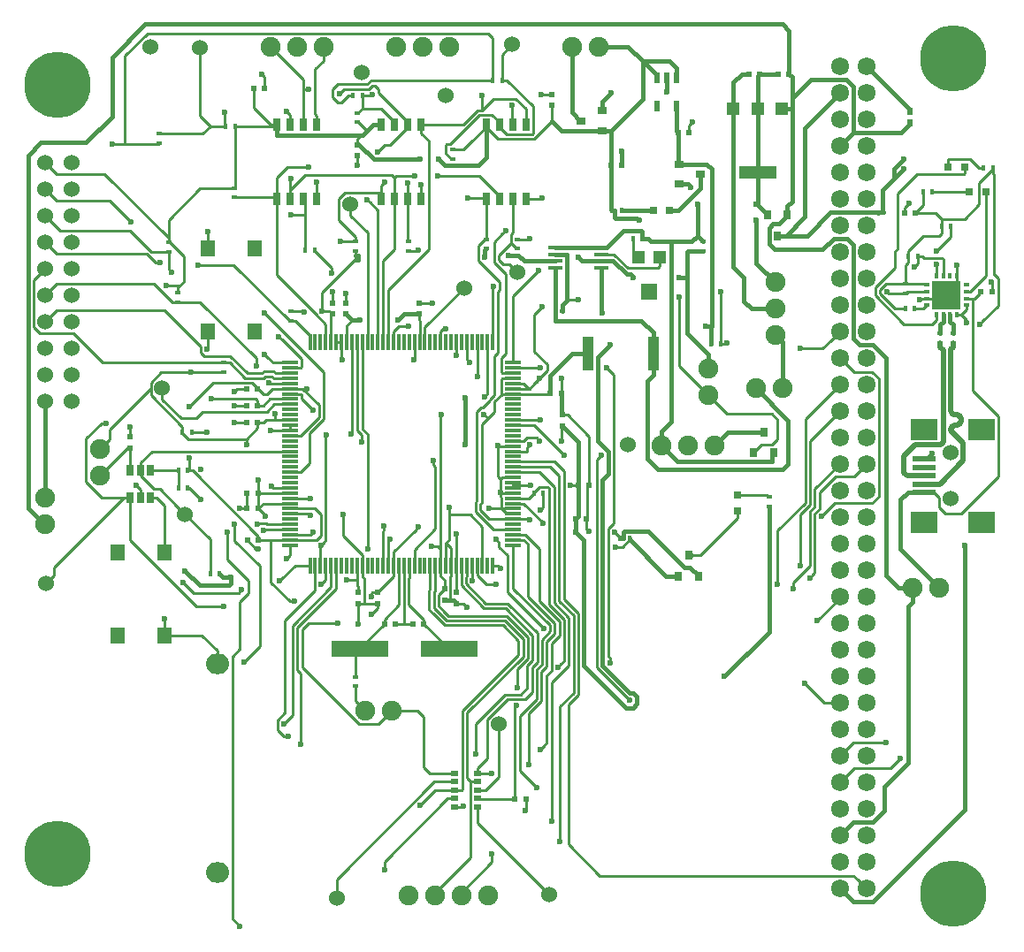
<source format=gbr>
G04 #@! TF.FileFunction,Copper,L1,Top,Signal*
%FSLAX46Y46*%
G04 Gerber Fmt 4.6, Leading zero omitted, Abs format (unit mm)*
G04 Created by KiCad (PCBNEW 4.0.4-stable) date Monday, July 31, 2017 'PMt' 11:42:57 PM*
%MOMM*%
%LPD*%
G01*
G04 APERTURE LIST*
%ADD10C,0.100000*%
%ADD11R,0.300000X1.550000*%
%ADD12R,1.550000X0.300000*%
%ADD13R,0.500000X0.600000*%
%ADD14R,0.600000X0.400000*%
%ADD15C,1.524000*%
%ADD16C,1.900000*%
%ADD17R,0.600000X1.050000*%
%ADD18C,6.350000*%
%ADD19R,0.800000X0.900000*%
%ADD20R,1.000000X3.200000*%
%ADD21R,1.450000X0.450000*%
%ADD22C,1.720000*%
%ADD23O,2.200000X1.950000*%
%ADD24R,0.800000X0.800000*%
%ADD25R,0.900000X0.800000*%
%ADD26R,1.400000X1.650000*%
%ADD27R,0.760000X1.200000*%
%ADD28R,0.800000X0.500000*%
%ADD29R,0.750000X1.000000*%
%ADD30R,5.500000X1.500000*%
%ADD31R,0.400000X0.600000*%
%ADD32R,0.600000X0.500000*%
%ADD33R,0.600000X0.800000*%
%ADD34R,1.200000X1.200000*%
%ADD35R,1.600000X1.500000*%
%ADD36R,0.550000X0.300000*%
%ADD37R,0.300000X0.550000*%
%ADD38R,2.700000X2.700000*%
%ADD39R,3.600000X1.200000*%
%ADD40R,2.500000X2.000000*%
%ADD41R,2.300000X0.500000*%
%ADD42C,0.600000*%
%ADD43C,0.400000*%
%ADD44C,0.250000*%
%ADD45C,0.500000*%
G04 APERTURE END LIST*
D10*
D11*
X129250000Y-73700000D03*
X129750000Y-73700000D03*
X130250000Y-73700000D03*
X130750000Y-73700000D03*
X131250000Y-73700000D03*
X131750000Y-73700000D03*
X132250000Y-73700000D03*
X132750000Y-73700000D03*
X133250000Y-73700000D03*
X133750000Y-73700000D03*
X134250000Y-73700000D03*
X134750000Y-73700000D03*
X135250000Y-73700000D03*
X135750000Y-73700000D03*
X136250000Y-73700000D03*
X136750000Y-73700000D03*
X137250000Y-73700000D03*
X137750000Y-73700000D03*
X138250000Y-73700000D03*
X138750000Y-73700000D03*
X139250000Y-73700000D03*
X139750000Y-73700000D03*
X140250000Y-73700000D03*
X140750000Y-73700000D03*
X141250000Y-73700000D03*
X141750000Y-73700000D03*
X142250000Y-73700000D03*
X142750000Y-73700000D03*
X143250000Y-73700000D03*
X143750000Y-73700000D03*
X144250000Y-73700000D03*
X144750000Y-73700000D03*
X145250000Y-73700000D03*
X145750000Y-73700000D03*
X146250000Y-73700000D03*
X146750000Y-73700000D03*
D12*
X148700000Y-71750000D03*
X148700000Y-71250000D03*
X148700000Y-70750000D03*
X148700000Y-70250000D03*
X148700000Y-69750000D03*
X148700000Y-69250000D03*
X148700000Y-68750000D03*
X148700000Y-68250000D03*
X148700000Y-67750000D03*
X148700000Y-67250000D03*
X148700000Y-66750000D03*
X148700000Y-66250000D03*
X148700000Y-65750000D03*
X148700000Y-65250000D03*
X148700000Y-64750000D03*
X148700000Y-64250000D03*
X148700000Y-63750000D03*
X148700000Y-63250000D03*
X148700000Y-62750000D03*
X148700000Y-62250000D03*
X148700000Y-61750000D03*
X148700000Y-61250000D03*
X148700000Y-60750000D03*
X148700000Y-60250000D03*
X148700000Y-59750000D03*
X148700000Y-59250000D03*
X148700000Y-58750000D03*
X148700000Y-58250000D03*
X148700000Y-57750000D03*
X148700000Y-57250000D03*
X148700000Y-56750000D03*
X148700000Y-56250000D03*
X148700000Y-55750000D03*
X148700000Y-55250000D03*
X148700000Y-54750000D03*
X148700000Y-54250000D03*
D11*
X146750000Y-52300000D03*
X146250000Y-52300000D03*
X145750000Y-52300000D03*
X145250000Y-52300000D03*
X144750000Y-52300000D03*
X144250000Y-52300000D03*
X143750000Y-52300000D03*
X143250000Y-52300000D03*
X142750000Y-52300000D03*
X142250000Y-52300000D03*
X141750000Y-52300000D03*
X141250000Y-52300000D03*
X140750000Y-52300000D03*
X140250000Y-52300000D03*
X139750000Y-52300000D03*
X139250000Y-52300000D03*
X138750000Y-52300000D03*
X138250000Y-52300000D03*
X137750000Y-52300000D03*
X137250000Y-52300000D03*
X136750000Y-52300000D03*
X136250000Y-52300000D03*
X135750000Y-52300000D03*
X135250000Y-52300000D03*
X134750000Y-52300000D03*
X134250000Y-52300000D03*
X133750000Y-52300000D03*
X133250000Y-52300000D03*
X132750000Y-52300000D03*
X132250000Y-52300000D03*
X131750000Y-52300000D03*
X131250000Y-52300000D03*
X130750000Y-52300000D03*
X130250000Y-52300000D03*
X129750000Y-52300000D03*
X129250000Y-52300000D03*
D12*
X127300000Y-54250000D03*
X127300000Y-54750000D03*
X127300000Y-55250000D03*
X127300000Y-55750000D03*
X127300000Y-56250000D03*
X127300000Y-56750000D03*
X127300000Y-57250000D03*
X127300000Y-57750000D03*
X127300000Y-58250000D03*
X127300000Y-58750000D03*
X127300000Y-59250000D03*
X127300000Y-59750000D03*
X127300000Y-60250000D03*
X127300000Y-60750000D03*
X127300000Y-61250000D03*
X127300000Y-61750000D03*
X127300000Y-62250000D03*
X127300000Y-62750000D03*
X127300000Y-63250000D03*
X127300000Y-63750000D03*
X127300000Y-64250000D03*
X127300000Y-64750000D03*
X127300000Y-65250000D03*
X127300000Y-65750000D03*
X127300000Y-66250000D03*
X127300000Y-66750000D03*
X127300000Y-67250000D03*
X127300000Y-67750000D03*
X127300000Y-68250000D03*
X127300000Y-68750000D03*
X127300000Y-69250000D03*
X127300000Y-69750000D03*
X127300000Y-70250000D03*
X127300000Y-70750000D03*
X127300000Y-71250000D03*
X127300000Y-71750000D03*
D13*
X152400000Y-28575000D03*
X152400000Y-29625000D03*
D14*
X114800000Y-33250000D03*
X114800000Y-32350000D03*
D15*
X144000000Y-47100000D03*
D16*
X154330000Y-24000000D03*
X156870000Y-24000000D03*
D17*
X164350000Y-26950000D03*
X163400000Y-26950000D03*
X162450000Y-26950000D03*
X164350000Y-29650000D03*
X162450000Y-29650000D03*
D18*
X105080000Y-27620000D03*
X190810000Y-25080000D03*
X105080000Y-101280000D03*
X190810000Y-105090000D03*
D16*
X173800000Y-51640000D03*
X173800000Y-49100000D03*
X173800000Y-46560000D03*
X167940000Y-62200000D03*
X165400000Y-62200000D03*
X162860000Y-62200000D03*
X171930000Y-56700000D03*
X174470000Y-56700000D03*
X167386000Y-57404000D03*
X167386000Y-54864000D03*
D19*
X172700000Y-60900000D03*
X171740000Y-62900000D03*
X173650000Y-62900000D03*
D20*
X162100000Y-53400000D03*
X155900000Y-53400000D03*
D21*
X157140000Y-44521000D03*
X157140000Y-45171000D03*
X157140000Y-43871000D03*
X157140000Y-43221000D03*
X152740000Y-45171000D03*
X152740000Y-44521000D03*
X152740000Y-43871000D03*
X152740000Y-43221000D03*
D22*
X179980000Y-25880000D03*
X179980000Y-28420000D03*
X179980000Y-30960000D03*
X179980000Y-33500000D03*
X179980000Y-36040000D03*
X179980000Y-38580000D03*
X179980000Y-41120000D03*
X179980000Y-43660000D03*
X179980000Y-46200000D03*
X179980000Y-48740000D03*
X179980000Y-51280000D03*
X179980000Y-53820000D03*
X179980000Y-56360000D03*
X179980000Y-58900000D03*
X179980000Y-61440000D03*
X179980000Y-63980000D03*
X179980000Y-66520000D03*
X179980000Y-69060000D03*
X179980000Y-71600000D03*
X179980000Y-74140000D03*
X179980000Y-76680000D03*
X179980000Y-79220000D03*
X179980000Y-81760000D03*
X179980000Y-84300000D03*
X179980000Y-86840000D03*
X179980000Y-89380000D03*
X179980000Y-91920000D03*
X179980000Y-94460000D03*
X179980000Y-97000000D03*
X179980000Y-99540000D03*
X179980000Y-102080000D03*
X179980000Y-104620000D03*
X182520000Y-25880000D03*
X182520000Y-28420000D03*
X182520000Y-30960000D03*
X182520000Y-33500000D03*
X182520000Y-36040000D03*
X182520000Y-38580000D03*
X182520000Y-41120000D03*
X182520000Y-43660000D03*
X182520000Y-46200000D03*
X182520000Y-48740000D03*
X182520000Y-51280000D03*
X182520000Y-53820000D03*
X182520000Y-56360000D03*
X182520000Y-58900000D03*
X182520000Y-61440000D03*
X182520000Y-63980000D03*
X182520000Y-66520000D03*
X182520000Y-69060000D03*
X182520000Y-71600000D03*
X182520000Y-74140000D03*
X182520000Y-76680000D03*
X182520000Y-79220000D03*
X182520000Y-81760000D03*
X182520000Y-84300000D03*
X182520000Y-86840000D03*
X182520000Y-89380000D03*
X182520000Y-91920000D03*
X182520000Y-94460000D03*
X182520000Y-97000000D03*
X182520000Y-99540000D03*
X182520000Y-102080000D03*
X182520000Y-104620000D03*
D23*
X120400000Y-103100000D03*
X120400000Y-83100000D03*
D24*
X162100000Y-39700000D03*
X163700000Y-39700000D03*
D16*
X134530000Y-87600000D03*
X137070000Y-87600000D03*
D25*
X155200000Y-31100000D03*
X157200000Y-32060000D03*
X157200000Y-30150000D03*
X166600000Y-36200000D03*
X164600000Y-35240000D03*
X164600000Y-37150000D03*
D19*
X174000000Y-42100000D03*
X174960000Y-40100000D03*
X173050000Y-40100000D03*
X165500000Y-72700000D03*
X164540000Y-74700000D03*
X166450000Y-74700000D03*
D26*
X110850000Y-80375000D03*
X115350000Y-80375000D03*
X115350000Y-72425000D03*
X110850000Y-72425000D03*
X123950000Y-43325000D03*
X119450000Y-43325000D03*
X119450000Y-51275000D03*
X123950000Y-51275000D03*
D27*
X127365000Y-38540000D03*
X128635000Y-38540000D03*
X129905000Y-38540000D03*
X126095000Y-38540000D03*
X126095000Y-31460000D03*
X127365000Y-31460000D03*
X128635000Y-31460000D03*
X129905000Y-31460000D03*
X137365000Y-38540000D03*
X138635000Y-38540000D03*
X139905000Y-38540000D03*
X136095000Y-38540000D03*
X136095000Y-31460000D03*
X137365000Y-31460000D03*
X138635000Y-31460000D03*
X139905000Y-31460000D03*
X147365000Y-38540000D03*
X148635000Y-38540000D03*
X149905000Y-38540000D03*
X146095000Y-38540000D03*
X146095000Y-31460000D03*
X147365000Y-31460000D03*
X148635000Y-31460000D03*
X149905000Y-31460000D03*
D28*
X145300000Y-95200000D03*
X143100000Y-95200000D03*
X145300000Y-96000000D03*
X145300000Y-96800000D03*
X145300000Y-94400000D03*
X145300000Y-93600000D03*
X143100000Y-94400000D03*
X143100000Y-93600000D03*
X143100000Y-96000000D03*
X143100000Y-96800000D03*
D29*
X113000000Y-67200000D03*
X112050000Y-67200000D03*
X113950000Y-67200000D03*
X113950000Y-64600000D03*
X113000000Y-64600000D03*
X112050000Y-64600000D03*
D15*
X114000000Y-24000000D03*
X142200000Y-28700000D03*
X134200000Y-26500000D03*
X149100000Y-45600000D03*
X148600000Y-23800000D03*
X159700000Y-62100000D03*
X147300000Y-88900000D03*
X152110000Y-105170000D03*
X131840000Y-105540000D03*
X115100000Y-56700000D03*
X117300000Y-68800000D03*
X104000000Y-75400000D03*
D30*
X134050000Y-81700000D03*
X142550000Y-81700000D03*
D31*
X160150000Y-42400000D03*
X161050000Y-42400000D03*
D14*
X153416000Y-50234000D03*
X153416000Y-49334000D03*
D31*
X167650000Y-52500000D03*
X168550000Y-52500000D03*
X158150000Y-39700000D03*
X159050000Y-39700000D03*
D14*
X166900000Y-43550000D03*
X166900000Y-42650000D03*
D31*
X159850000Y-71100000D03*
X158950000Y-71100000D03*
D14*
X173200000Y-68050000D03*
X173200000Y-67150000D03*
D31*
X128800000Y-43500000D03*
X129700000Y-43500000D03*
D14*
X122000000Y-37550000D03*
X122000000Y-38450000D03*
D31*
X122050000Y-31600000D03*
X121150000Y-31600000D03*
D14*
X138700000Y-42650000D03*
X138700000Y-43550000D03*
X133600000Y-43550000D03*
X133600000Y-42650000D03*
D31*
X133350000Y-28700000D03*
X134250000Y-28700000D03*
D14*
X133800000Y-31250000D03*
X133800000Y-30350000D03*
X149100000Y-43350000D03*
X149100000Y-42450000D03*
X146100000Y-43350000D03*
X146100000Y-42450000D03*
D31*
X146750000Y-27200000D03*
X147650000Y-27200000D03*
D14*
X142900000Y-33850000D03*
X142900000Y-34750000D03*
D31*
X117550000Y-64600000D03*
X116650000Y-64600000D03*
X116650000Y-66300000D03*
X117550000Y-66300000D03*
X151580000Y-66802000D03*
X150680000Y-66802000D03*
X117050000Y-60950000D03*
X117950000Y-60950000D03*
X119700000Y-74500000D03*
X120600000Y-74500000D03*
D14*
X121000000Y-55150000D03*
X121000000Y-54250000D03*
X116600000Y-47550000D03*
X116600000Y-48450000D03*
X115700000Y-42750000D03*
X115700000Y-43650000D03*
X127400000Y-49350000D03*
X127400000Y-50250000D03*
D32*
X124225000Y-58400000D03*
X123175000Y-58400000D03*
D13*
X112000000Y-62425000D03*
X112000000Y-61375000D03*
D32*
X148875000Y-96100000D03*
X149925000Y-96100000D03*
X139075000Y-79300000D03*
X140125000Y-79300000D03*
X136375000Y-79300000D03*
X137425000Y-79300000D03*
D13*
X133800000Y-34425000D03*
X133800000Y-33375000D03*
D32*
X124925000Y-28000000D03*
X123875000Y-28000000D03*
X164475000Y-32200000D03*
X165525000Y-32200000D03*
X124325000Y-71300000D03*
X123275000Y-71300000D03*
D13*
X135700000Y-76275000D03*
X135700000Y-77325000D03*
X143300000Y-76275000D03*
X143300000Y-77325000D03*
D32*
X154923000Y-66040000D03*
X155973000Y-66040000D03*
D13*
X153400000Y-60325000D03*
X153400000Y-59275000D03*
X139700000Y-49625000D03*
X139700000Y-48575000D03*
D32*
X124225000Y-56800000D03*
X123175000Y-56800000D03*
D13*
X132700000Y-49625000D03*
X132700000Y-48575000D03*
D32*
X154675000Y-69200000D03*
X155725000Y-69200000D03*
D13*
X133900000Y-77325000D03*
X133900000Y-76275000D03*
X142130000Y-75950000D03*
X142130000Y-77000000D03*
X131400000Y-49625000D03*
X131400000Y-48575000D03*
D32*
X153295000Y-57200000D03*
X152245000Y-57200000D03*
X124225000Y-60000000D03*
X123175000Y-60000000D03*
X124275000Y-66750000D03*
X123225000Y-66750000D03*
X124275000Y-68250000D03*
X123225000Y-68250000D03*
X158075000Y-35400000D03*
X159125000Y-35400000D03*
X171275000Y-26600000D03*
X172325000Y-26600000D03*
X175125000Y-26600000D03*
X174075000Y-26600000D03*
D15*
X118700000Y-24100000D03*
X103900000Y-35100000D03*
X106440000Y-35100000D03*
X103900000Y-37640000D03*
X106440000Y-37640000D03*
X103900000Y-40180000D03*
X106440000Y-40180000D03*
X103900000Y-42720000D03*
X106440000Y-42720000D03*
X103900000Y-45260000D03*
X106440000Y-45260000D03*
X103900000Y-47800000D03*
X106440000Y-47800000D03*
X103900000Y-50340000D03*
X106440000Y-50340000D03*
X103900000Y-52880000D03*
X106440000Y-52880000D03*
X103900000Y-55420000D03*
X106440000Y-55420000D03*
X103900000Y-57960000D03*
X106440000Y-57960000D03*
X133100000Y-39100000D03*
D16*
X143770000Y-105300000D03*
X141230000Y-105300000D03*
X138690000Y-105300000D03*
X146310000Y-105300000D03*
X125460000Y-24000000D03*
X128000000Y-24000000D03*
X130540000Y-24000000D03*
X142540000Y-24000000D03*
X140000000Y-24000000D03*
X137460000Y-24000000D03*
D24*
X170200000Y-66900000D03*
X170200000Y-68500000D03*
D16*
X109100000Y-62560000D03*
X109100000Y-65100000D03*
D33*
X186690000Y-31284000D03*
X186690000Y-30184000D03*
D34*
X162700000Y-44200000D03*
X160700000Y-44200000D03*
D35*
X161700000Y-47450000D03*
D16*
X103900000Y-69770000D03*
X103900000Y-67230000D03*
D32*
X187225000Y-39900000D03*
X186175000Y-39900000D03*
X193475000Y-47500000D03*
X194525000Y-47500000D03*
D24*
X192400000Y-37900000D03*
X194000000Y-37900000D03*
X190300000Y-35500000D03*
X191900000Y-35500000D03*
D16*
X189470000Y-75800000D03*
X186930000Y-75800000D03*
D14*
X190800000Y-51450000D03*
X190800000Y-52350000D03*
X189600000Y-51450000D03*
X189600000Y-52350000D03*
D31*
X186550000Y-44100000D03*
X187450000Y-44100000D03*
D14*
X186300000Y-46700000D03*
X186300000Y-47600000D03*
D31*
X189700000Y-41200000D03*
X190600000Y-41200000D03*
X186250000Y-49100000D03*
X187150000Y-49100000D03*
X187950000Y-37900000D03*
X188850000Y-37900000D03*
X194650000Y-35600000D03*
X193750000Y-35600000D03*
D36*
X188325000Y-46825000D03*
X188325000Y-47475000D03*
X188325000Y-48125000D03*
X188325000Y-48775000D03*
D37*
X189225000Y-49675000D03*
X189875000Y-49675000D03*
X190525000Y-49675000D03*
X191175000Y-49675000D03*
D36*
X192075000Y-48775000D03*
X192075000Y-48125000D03*
X192075000Y-47475000D03*
X192075000Y-46825000D03*
D37*
X191175000Y-45925000D03*
X190525000Y-45925000D03*
X189875000Y-45925000D03*
X189225000Y-45925000D03*
D38*
X190200000Y-47800000D03*
D34*
X172100000Y-29950000D03*
X174400000Y-29950000D03*
X169800000Y-29950000D03*
D39*
X172100000Y-36050000D03*
D15*
X190600000Y-62885000D03*
X190600000Y-67285000D03*
D40*
X193550000Y-69535000D03*
X193550000Y-60635000D03*
X188050000Y-69535000D03*
X188050000Y-60635000D03*
D41*
X188050000Y-65085000D03*
X188050000Y-65885000D03*
X188050000Y-66685000D03*
X188050000Y-64285000D03*
X188050000Y-63485000D03*
D14*
X133600000Y-84350000D03*
X133600000Y-85250000D03*
D42*
X144100000Y-57600000D03*
X144100000Y-62100000D03*
X122700000Y-76000000D03*
X117100000Y-75300000D03*
X118800000Y-64500000D03*
X123200000Y-62124990D03*
X149087264Y-85430464D03*
X149046561Y-87130487D03*
X140892781Y-71879932D03*
X139800000Y-34800000D03*
X141600000Y-34800000D03*
X151343230Y-68374999D03*
X145900000Y-59200000D03*
X141800000Y-59200000D03*
X148222898Y-43960999D03*
X145990981Y-44187213D03*
X171958000Y-40640000D03*
X160782000Y-40640000D03*
X133858000Y-44450000D03*
X150278241Y-69341992D03*
X168940000Y-84290000D03*
X125880000Y-59120000D03*
X132740000Y-75034990D03*
X124300000Y-65484990D03*
X124950000Y-69000000D03*
X130400000Y-49300000D03*
X128700000Y-49400000D03*
X115500000Y-46900000D03*
X117900000Y-55200000D03*
X158404842Y-70485585D03*
X155958923Y-70441273D03*
X121995699Y-57048730D03*
X124653398Y-26615929D03*
X144258885Y-77654253D03*
X135100000Y-78400000D03*
X118800000Y-67400000D03*
X112600000Y-66000000D03*
X142600000Y-68100000D03*
X146350000Y-68250000D03*
X131875010Y-79200000D03*
X117300000Y-74200000D03*
X159100000Y-34000000D03*
X151240000Y-55762990D03*
X153300000Y-55800000D03*
X133900000Y-79300000D03*
X141089254Y-63600000D03*
X121700000Y-74800000D03*
X131300000Y-45700000D03*
X151500000Y-48900000D03*
X129500000Y-58800000D03*
X124300000Y-72100000D03*
X149900000Y-97200000D03*
X168600000Y-47500000D03*
X127000000Y-73000000D03*
X132400000Y-68800000D03*
X125500000Y-60800000D03*
X140940000Y-48570000D03*
X147475873Y-66655693D03*
X129300000Y-68875010D03*
X169170000Y-52400032D03*
X165862000Y-31242000D03*
X139600000Y-43495990D03*
X119450000Y-41750000D03*
X129270000Y-67250000D03*
X151500000Y-38500000D03*
X147200000Y-62200000D03*
X151400000Y-28600000D03*
X139900000Y-37200000D03*
X150300000Y-42400000D03*
X132700000Y-47600000D03*
X131400000Y-47500000D03*
X139200000Y-54000000D03*
X132300000Y-54000000D03*
X133800000Y-35400000D03*
X122520307Y-68236408D03*
X122000000Y-58349991D03*
X115300000Y-78800000D03*
X122000000Y-60000000D03*
X165705018Y-37505018D03*
X158100000Y-28400000D03*
X163400000Y-28300000D03*
X112000000Y-60400000D03*
X129900000Y-37000000D03*
X139651433Y-69987951D03*
X154675000Y-70500000D03*
X151528261Y-69625011D03*
X127800546Y-77115556D03*
X143291804Y-70628219D03*
X135100011Y-76660241D03*
X153310000Y-61800000D03*
X167132000Y-50800000D03*
X157988000Y-52578000D03*
X137669773Y-50177434D03*
X150362200Y-66016073D03*
X154178000Y-66040000D03*
X151240000Y-61740000D03*
X134030000Y-50210000D03*
X128960000Y-56750000D03*
X117660000Y-63420000D03*
X117670000Y-58510000D03*
X153200000Y-100100000D03*
X152400000Y-98200000D03*
X151000000Y-95000000D03*
X128365390Y-90816729D03*
X171958000Y-39116000D03*
X166370000Y-39116000D03*
X157226000Y-49533990D03*
X154940000Y-48260000D03*
X164592000Y-48006000D03*
X164600000Y-46100000D03*
X160200000Y-46100000D03*
X146812000Y-46990000D03*
X154940000Y-44196000D03*
X136400000Y-102820000D03*
X119811501Y-57700467D03*
X119400000Y-60900000D03*
X119400000Y-53000000D03*
X187600000Y-48200000D03*
X188850369Y-62948991D03*
X194500000Y-46500000D03*
X191200000Y-44900000D03*
X186100000Y-34800000D03*
X186600000Y-39000000D03*
X186100000Y-35700000D03*
X191900000Y-71800000D03*
X190200000Y-47800000D03*
X130800000Y-61200000D03*
X130302756Y-71742545D03*
X175504088Y-75917847D03*
X130343051Y-75473051D03*
X184524120Y-47470000D03*
X184374990Y-90605173D03*
X151300000Y-91300000D03*
X187100000Y-45100000D03*
X185799990Y-92155018D03*
X150200000Y-92800000D03*
X121342573Y-70458674D03*
X122540000Y-108240000D03*
X124770000Y-70290000D03*
X122900031Y-82980160D03*
X124209618Y-69719044D03*
X122010000Y-69730000D03*
X151325010Y-54740000D03*
X158021309Y-83047550D03*
X157640000Y-54720000D03*
X157125021Y-63144678D03*
X153620000Y-63140000D03*
X159846329Y-86605011D03*
X146680000Y-93650000D03*
X146680000Y-101320000D03*
X139767499Y-96687499D03*
X143949989Y-96780000D03*
X145110000Y-91750000D03*
X135691949Y-34075010D03*
X148600000Y-29600000D03*
X132045530Y-28537568D03*
X129124981Y-28064033D03*
X134710486Y-38638009D03*
X139300000Y-36400000D03*
X141500000Y-36400000D03*
X127400000Y-36600000D03*
X145700000Y-28700000D03*
X144400000Y-38500000D03*
X132200000Y-42600000D03*
X124900000Y-49500000D03*
X136400000Y-37000000D03*
X129100000Y-35500000D03*
X136875010Y-71166154D03*
X158480000Y-71910000D03*
X127400000Y-40100000D03*
X152989099Y-83408669D03*
X120980000Y-77580000D03*
X110300000Y-33300000D03*
X109700000Y-60100000D03*
X121100000Y-30300000D03*
X127000000Y-30200000D03*
X138597249Y-37025010D03*
X135218191Y-28579708D03*
X150300000Y-62100000D03*
X124924448Y-53475552D03*
X112100000Y-40800000D03*
X126258051Y-51758051D03*
X116000000Y-45600000D03*
X114900000Y-44700000D03*
X118500000Y-44900000D03*
X125300000Y-56200000D03*
X124100000Y-54600000D03*
X176192999Y-52915001D03*
X138684000Y-50800000D03*
X178217165Y-69012987D03*
X136300000Y-69900000D03*
X174010000Y-75480000D03*
X147040000Y-75490000D03*
X176200598Y-73690388D03*
X147524990Y-74000000D03*
X177800000Y-79000000D03*
X126314718Y-75195272D03*
X151606271Y-79721052D03*
X147058939Y-71200010D03*
X129524849Y-70505252D03*
X125560000Y-66110000D03*
X127212154Y-90064425D03*
X151130000Y-45466000D03*
X147988143Y-41598067D03*
X142238546Y-50999990D03*
X151310000Y-59720000D03*
X143250000Y-53588000D03*
X144544155Y-54213010D03*
X145288000Y-55626000D03*
X145932761Y-57506641D03*
X177098574Y-74877966D03*
X144803971Y-75145818D03*
X133195411Y-61093229D03*
X134193567Y-61864165D03*
X134820124Y-72070967D03*
X176651258Y-85011770D03*
X126775996Y-88829423D03*
X193343371Y-50600000D03*
X192093359Y-50419073D03*
X189223721Y-44850011D03*
X189200000Y-43600000D03*
D43*
X144100000Y-62100000D02*
X144100000Y-57600000D01*
D44*
X122400001Y-76299999D02*
X122700000Y-76000000D01*
X118099999Y-76299999D02*
X122400001Y-76299999D01*
X117100000Y-75300000D02*
X118099999Y-76299999D01*
X123200000Y-61625002D02*
X123200000Y-61700726D01*
X123149999Y-61575001D02*
X123200000Y-61625002D01*
X123200000Y-61700726D02*
X123200000Y-62124990D01*
X141554999Y-77560001D02*
X142194998Y-78200000D01*
X142520844Y-78525846D02*
X142194998Y-78200000D01*
X142194998Y-78200000D02*
X142238917Y-78243919D01*
X149087264Y-85430464D02*
X149087264Y-83624524D01*
X149087264Y-83624524D02*
X150114034Y-82597754D01*
X150114034Y-82597754D02*
X150114034Y-80552199D01*
X150114034Y-80552199D02*
X148087681Y-78525846D01*
X148087681Y-78525846D02*
X142520844Y-78525846D01*
X142130000Y-75950000D02*
X141554999Y-76525001D01*
X141554999Y-76525001D02*
X141554999Y-77560001D01*
X148875000Y-87302048D02*
X149046561Y-87130487D01*
X148875000Y-96100000D02*
X148875000Y-87302048D01*
X141444196Y-71879932D02*
X141317045Y-71879932D01*
X141714264Y-72150000D02*
X141444196Y-71879932D01*
X141317045Y-71879932D02*
X140892781Y-71879932D01*
D43*
X139800000Y-34800000D02*
X139000000Y-34800000D01*
X139000000Y-34800000D02*
X138975011Y-34775011D01*
X146095000Y-34605000D02*
X145349999Y-35350001D01*
X145349999Y-35350001D02*
X142150001Y-35350001D01*
X142150001Y-35350001D02*
X141600000Y-34800000D01*
X146095000Y-34405000D02*
X146095000Y-34605000D01*
X146095000Y-34405000D02*
X146095000Y-31460000D01*
X133800000Y-33375000D02*
X133955937Y-33375000D01*
X133955937Y-33375000D02*
X135355948Y-34775011D01*
X135355948Y-34775011D02*
X138975011Y-34775011D01*
D44*
X151580000Y-66802000D02*
X151580000Y-68138229D01*
X151580000Y-68138229D02*
X151343230Y-68374999D01*
X122050000Y-31600000D02*
X122050000Y-37500000D01*
X122050000Y-37500000D02*
X122000000Y-37550000D01*
X114012999Y-56178239D02*
X114012999Y-56700000D01*
X109100000Y-62560000D02*
X110049999Y-61610001D01*
X114012999Y-56700000D02*
X114012999Y-57362999D01*
X110049999Y-61610001D02*
X110049999Y-60663000D01*
X110049999Y-60663000D02*
X114012999Y-56700000D01*
D43*
X173200000Y-68050000D02*
X173200000Y-80030000D01*
X173200000Y-80030000D02*
X168940000Y-84290000D01*
D44*
X123875000Y-28000000D02*
X123875000Y-29870000D01*
X123875000Y-29870000D02*
X125465000Y-31460000D01*
X125465000Y-31460000D02*
X126095000Y-31460000D01*
X146270000Y-59570000D02*
X146300000Y-59570000D01*
X146300000Y-59570000D02*
X146930000Y-58940000D01*
X145680000Y-60190000D02*
X146300000Y-59570000D01*
X145900000Y-59200000D02*
X146270000Y-59570000D01*
X141714264Y-70347149D02*
X141714264Y-59285736D01*
X141714264Y-59285736D02*
X141800000Y-59200000D01*
X141714264Y-72150000D02*
X141714264Y-70347149D01*
X130400000Y-47525004D02*
X130400000Y-48875736D01*
X130400000Y-48875736D02*
X130400000Y-49300000D01*
X133600000Y-44325004D02*
X130400000Y-47525004D01*
X133600000Y-44000000D02*
X133600000Y-44325004D01*
D43*
X154332489Y-53400000D02*
X152245000Y-55487489D01*
X152245000Y-56550000D02*
X152245000Y-57200000D01*
X152245000Y-55487489D02*
X152245000Y-56550000D01*
X155900000Y-53400000D02*
X154332489Y-53400000D01*
D44*
X146930000Y-58940000D02*
X146930000Y-57995000D01*
X145680000Y-67694996D02*
X145680000Y-60190000D01*
X145574998Y-67799998D02*
X145680000Y-67694996D01*
X146424996Y-69250000D02*
X145574998Y-68400002D01*
X148700000Y-69250000D02*
X146424996Y-69250000D01*
X146930000Y-57995000D02*
X147675000Y-57250000D01*
X145574998Y-68400002D02*
X145574998Y-67799998D01*
D43*
X149180761Y-43960999D02*
X148647162Y-43960999D01*
X149740762Y-44521000D02*
X149180761Y-43960999D01*
X152740000Y-44521000D02*
X149740762Y-44521000D01*
X148647162Y-43960999D02*
X148222898Y-43960999D01*
X145990981Y-43459019D02*
X145990981Y-43762949D01*
X146100000Y-43350000D02*
X145990981Y-43459019D01*
X145990981Y-43762949D02*
X145990981Y-44187213D01*
D44*
X141750000Y-73700000D02*
X141750000Y-72185736D01*
X141750000Y-72185736D02*
X141714264Y-72150000D01*
X141750000Y-73700000D02*
X141750000Y-74725000D01*
X141750000Y-74725000D02*
X142130000Y-75105000D01*
X124275000Y-66750000D02*
X124275000Y-68250000D01*
D43*
X171958000Y-40640000D02*
X171958000Y-44718000D01*
X171958000Y-44718000D02*
X173800000Y-46560000D01*
X158150000Y-39700000D02*
X158449999Y-39700000D01*
X158449999Y-39700000D02*
X158449999Y-40320001D01*
X158449999Y-40320001D02*
X158529999Y-40400001D01*
X158529999Y-40400001D02*
X160542001Y-40400001D01*
X160542001Y-40400001D02*
X160782000Y-40640000D01*
X157200000Y-32060000D02*
X153293587Y-32060000D01*
X153293587Y-32060000D02*
X152400000Y-31166413D01*
D44*
X146095000Y-31680000D02*
X147250012Y-32835012D01*
X147250012Y-32835012D02*
X150731401Y-32835012D01*
X150731401Y-32835012D02*
X152400000Y-31166413D01*
X152400000Y-31166413D02*
X152400000Y-29625000D01*
D43*
X152400000Y-29675000D02*
X152400000Y-29625000D01*
X133858000Y-44450000D02*
X133858000Y-44025736D01*
X133858000Y-44025736D02*
X133832264Y-44000000D01*
X133832264Y-44000000D02*
X133600000Y-44000000D01*
D44*
X150186249Y-69250000D02*
X150278241Y-69341992D01*
X148700000Y-69250000D02*
X150186249Y-69250000D01*
X168940000Y-84290000D02*
X169510000Y-83720000D01*
X142130000Y-75105000D02*
X142130000Y-75950000D01*
X152160000Y-57285000D02*
X152245000Y-57200000D01*
X148700000Y-55750000D02*
X147675000Y-55750000D01*
X147675000Y-55750000D02*
X147599999Y-55825001D01*
X147599999Y-55825001D02*
X147599999Y-57174999D01*
X147599999Y-57174999D02*
X147675000Y-57250000D01*
X147675000Y-57250000D02*
X148700000Y-57250000D01*
X148700000Y-57250000D02*
X152195000Y-57250000D01*
X152195000Y-57250000D02*
X152245000Y-57200000D01*
X125920000Y-59160000D02*
X125880000Y-59120000D01*
X125920000Y-59750000D02*
X126275000Y-59750000D01*
X125920000Y-59750000D02*
X125920000Y-59160000D01*
X125025000Y-59750000D02*
X125920000Y-59750000D01*
X133750000Y-75160000D02*
X133624990Y-75034990D01*
X133164264Y-75034990D02*
X132740000Y-75034990D01*
X133624990Y-75034990D02*
X133164264Y-75034990D01*
X124275000Y-66750000D02*
X124275000Y-65509990D01*
X124275000Y-65509990D02*
X124300000Y-65484990D01*
X124950000Y-69000000D02*
X124950000Y-68925000D01*
X124950000Y-68925000D02*
X124275000Y-68250000D01*
X133750000Y-75160000D02*
X133750000Y-75575000D01*
X133750000Y-73700000D02*
X133750000Y-75160000D01*
X133750000Y-75575000D02*
X133900000Y-75725000D01*
X133900000Y-75725000D02*
X133900000Y-76275000D01*
X143925000Y-33850000D02*
X144600000Y-33175000D01*
X144600000Y-33175000D02*
X146095000Y-31680000D01*
X144575000Y-33175000D02*
X144600000Y-33175000D01*
X142900000Y-33850000D02*
X143925000Y-33850000D01*
X146095000Y-31460000D02*
X146095000Y-31680000D01*
X133600000Y-43550000D02*
X133600000Y-44000000D01*
X130400000Y-49300000D02*
X131075000Y-49300000D01*
X131075000Y-49300000D02*
X131400000Y-49625000D01*
X127400000Y-49350000D02*
X128650000Y-49350000D01*
X128650000Y-49350000D02*
X128700000Y-49400000D01*
X131250000Y-52300000D02*
X131250000Y-49775000D01*
X131250000Y-49775000D02*
X131400000Y-49625000D01*
X133800000Y-33375000D02*
X133800000Y-32825000D01*
X133800000Y-32825000D02*
X134164986Y-32460014D01*
X134164986Y-32460014D02*
X134314985Y-32460014D01*
D43*
X135315000Y-31460000D02*
X134800000Y-31974999D01*
X134800000Y-31974999D02*
X134314985Y-32460014D01*
D44*
X133800000Y-31250000D02*
X133900000Y-31250000D01*
X133900000Y-31250000D02*
X134624999Y-31974999D01*
X134624999Y-31974999D02*
X134800000Y-31974999D01*
X124225000Y-60000000D02*
X124225000Y-60500000D01*
X124225000Y-60500000D02*
X123149999Y-61575001D01*
X123149999Y-61575001D02*
X117575001Y-61575001D01*
X117575001Y-61575001D02*
X117050000Y-61050000D01*
X117050000Y-61050000D02*
X117050000Y-60950000D01*
X117900000Y-55200000D02*
X114991238Y-55200000D01*
X114991238Y-55200000D02*
X114012999Y-56178239D01*
X114012999Y-57362999D02*
X117050000Y-60400000D01*
X117050000Y-60400000D02*
X117050000Y-60950000D01*
X117150000Y-46550000D02*
X116700000Y-47000000D01*
X116700000Y-47000000D02*
X116600000Y-47100000D01*
X115500000Y-46900000D02*
X116600000Y-46900000D01*
X116600000Y-46900000D02*
X116700000Y-47000000D01*
X121000000Y-55150000D02*
X117950000Y-55150000D01*
X117950000Y-55150000D02*
X117900000Y-55200000D01*
X117150000Y-44100000D02*
X117150000Y-46550000D01*
X116600000Y-47100000D02*
X116600000Y-47550000D01*
X115700000Y-42750000D02*
X115800000Y-42750000D01*
X115800000Y-42750000D02*
X117150000Y-44100000D01*
X122000000Y-37550000D02*
X118741238Y-37550000D01*
X118741238Y-37550000D02*
X115700000Y-40591238D01*
X115700000Y-40591238D02*
X115700000Y-42300000D01*
X124225000Y-60000000D02*
X124775000Y-60000000D01*
X124775000Y-60000000D02*
X125025000Y-59750000D01*
X126275000Y-59750000D02*
X127300000Y-59750000D01*
X115700000Y-42750000D02*
X115700000Y-42300000D01*
X104661999Y-35861999D02*
X103900000Y-35100000D01*
X115700000Y-42300000D02*
X109587001Y-36187001D01*
X109587001Y-36187001D02*
X104987001Y-36187001D01*
X104987001Y-36187001D02*
X104661999Y-35861999D01*
D43*
X158075000Y-35400000D02*
X158075000Y-39625000D01*
X158075000Y-39625000D02*
X158150000Y-39700000D01*
X158050000Y-32060000D02*
X158075000Y-32085000D01*
X158075000Y-32085000D02*
X158075000Y-35400000D01*
X136095000Y-31460000D02*
X135315000Y-31460000D01*
X126095000Y-32460000D02*
X126095000Y-31460000D01*
X134314985Y-32460014D02*
X126095000Y-32460000D01*
X157200000Y-32060000D02*
X158050000Y-32060000D01*
X161100000Y-29010000D02*
X161100000Y-25375000D01*
X158050000Y-32060000D02*
X161100000Y-29010000D01*
X161100000Y-25375000D02*
X162450000Y-26725000D01*
X159725000Y-24000000D02*
X161100000Y-25375000D01*
X161100000Y-25375000D02*
X163700000Y-25375000D01*
X163700000Y-25375000D02*
X164350000Y-26025000D01*
X164350000Y-26025000D02*
X164350000Y-26950000D01*
X156870000Y-24000000D02*
X159725000Y-24000000D01*
X162450000Y-26725000D02*
X162450000Y-26950000D01*
D44*
X148875000Y-96100000D02*
X145400000Y-96100000D01*
X145400000Y-96100000D02*
X145300000Y-96000000D01*
X122050000Y-31600000D02*
X125955000Y-31600000D01*
X125955000Y-31600000D02*
X126095000Y-31460000D01*
X125935000Y-31300000D02*
X126095000Y-31460000D01*
X127300000Y-67750000D02*
X124775000Y-67750000D01*
X124775000Y-67750000D02*
X124275000Y-68250000D01*
X124275000Y-66750000D02*
X127300000Y-66750000D01*
X158950000Y-71000000D02*
X158435585Y-70485585D01*
X158950000Y-71100000D02*
X158950000Y-71000000D01*
X158435585Y-70485585D02*
X158404842Y-70485585D01*
X155725000Y-70207350D02*
X155958923Y-70441273D01*
X155725000Y-69200000D02*
X155725000Y-70207350D01*
X155725000Y-69200000D02*
X155804688Y-69120312D01*
X155804688Y-69120312D02*
X155804688Y-66208312D01*
X155804688Y-66208312D02*
X155973000Y-66040000D01*
X122244429Y-56800000D02*
X121995699Y-57048730D01*
X123175000Y-56800000D02*
X122244429Y-56800000D01*
X124925000Y-26887531D02*
X124653398Y-26615929D01*
X124925000Y-28000000D02*
X124925000Y-26887531D01*
X143958886Y-77354254D02*
X144258885Y-77654253D01*
X143300000Y-77325000D02*
X143929632Y-77325000D01*
X143929632Y-77325000D02*
X143958886Y-77354254D01*
X135700000Y-77325000D02*
X135700000Y-77800000D01*
X135700000Y-77800000D02*
X135100000Y-78400000D01*
X134250000Y-72675000D02*
X132400000Y-70825000D01*
X132400000Y-70825000D02*
X132400000Y-69224264D01*
X134250000Y-73700000D02*
X134250000Y-72675000D01*
X132400000Y-69224264D02*
X132400000Y-68800000D01*
X117550000Y-66300000D02*
X117700000Y-66300000D01*
X117700000Y-66300000D02*
X118800000Y-67400000D01*
X113000000Y-67200000D02*
X113000000Y-66400000D01*
X113000000Y-66400000D02*
X112600000Y-66000000D01*
X128500022Y-83457024D02*
X128500022Y-79799979D01*
X137070000Y-87600000D02*
X135794999Y-88875001D01*
X131450746Y-79200000D02*
X131875010Y-79200000D01*
X135794999Y-88875001D02*
X133917999Y-88875001D01*
X129100001Y-79200000D02*
X131450746Y-79200000D01*
X128500022Y-79799979D02*
X129100001Y-79200000D01*
X133917999Y-88875001D02*
X128500022Y-83457024D01*
D43*
X118700000Y-75600000D02*
X117300000Y-74200000D01*
X121500000Y-75600000D02*
X118700000Y-75600000D01*
X121700000Y-75400000D02*
X121500000Y-75600000D01*
X121700000Y-74800000D02*
X121700000Y-75400000D01*
X121700000Y-74800000D02*
X120900000Y-74800000D01*
X120900000Y-74800000D02*
X120600000Y-74500000D01*
X159125000Y-35400000D02*
X159125000Y-34025000D01*
X159125000Y-34025000D02*
X159100000Y-34000000D01*
X158950000Y-71100000D02*
X159207524Y-71100000D01*
X159207524Y-71100000D02*
X159249999Y-71057525D01*
X159249999Y-71057525D02*
X159249999Y-70479999D01*
X159249999Y-70479999D02*
X159329999Y-70399999D01*
X165079997Y-73849999D02*
X165650000Y-73850000D01*
X159329999Y-70399999D02*
X161629997Y-70399999D01*
X161629997Y-70399999D02*
X165079997Y-73849999D01*
X165650000Y-73850000D02*
X166450000Y-74650000D01*
X166450000Y-74650000D02*
X166450000Y-74700000D01*
D44*
X153295000Y-57200000D02*
X153295000Y-55805000D01*
X153295000Y-55805000D02*
X153300000Y-55800000D01*
X133900001Y-78250756D02*
X133900001Y-79299999D01*
X133900001Y-79299999D02*
X133900000Y-79300000D01*
X141089254Y-64024264D02*
X141089254Y-63600000D01*
X141264253Y-64199263D02*
X141089254Y-64024264D01*
X141264253Y-70160749D02*
X141264253Y-64199263D01*
X139250000Y-73700000D02*
X139250000Y-72175002D01*
X139250000Y-72175002D02*
X141264253Y-70160749D01*
X145750000Y-73700000D02*
X145750000Y-69950000D01*
X142600000Y-68800000D02*
X142600000Y-68900000D01*
X144600000Y-68800000D02*
X142600000Y-68800000D01*
X145750000Y-69950000D02*
X144600000Y-68800000D01*
X120600000Y-74600000D02*
X120600000Y-74500000D01*
X142563077Y-71226923D02*
X142563077Y-70722368D01*
X142600000Y-70261181D02*
X142563077Y-70298104D01*
X142250000Y-71540000D02*
X142563077Y-71226923D01*
X142600000Y-68100000D02*
X142600000Y-68900000D01*
X142600000Y-68900000D02*
X142600000Y-70261181D01*
X142563077Y-70722368D02*
X142563077Y-70298104D01*
X129700000Y-43500000D02*
X129700000Y-43600000D01*
X129700000Y-43600000D02*
X131300000Y-45200000D01*
X131300000Y-45200000D02*
X131300000Y-45700000D01*
X123225000Y-66750000D02*
X123225000Y-68250000D01*
X151950011Y-54439999D02*
X150700000Y-53189988D01*
X150700000Y-56302990D02*
X150700000Y-56290012D01*
X150700000Y-56302990D02*
X150940001Y-56062989D01*
X150252990Y-56750000D02*
X150700000Y-56302990D01*
X150700000Y-49700000D02*
X151500000Y-48900000D01*
X150700000Y-56290012D02*
X151950011Y-55040001D01*
X151950011Y-55040001D02*
X151950011Y-54439999D01*
X150700000Y-53189988D02*
X150700000Y-49700000D01*
X127300000Y-57250000D02*
X128325000Y-57250000D01*
X128325000Y-57250000D02*
X128400001Y-57325001D01*
X128400001Y-57325001D02*
X128400001Y-57700001D01*
X128400001Y-57700001D02*
X129500000Y-58800000D01*
X123275000Y-71300000D02*
X124075000Y-72100000D01*
X124075000Y-72100000D02*
X124300000Y-72100000D01*
X149925000Y-96100000D02*
X149925000Y-97175000D01*
X149925000Y-97175000D02*
X149900000Y-97200000D01*
X133900000Y-77325000D02*
X134400000Y-77325000D01*
X134475001Y-74950001D02*
X134250000Y-74725000D01*
X134250000Y-74725000D02*
X134250000Y-73700000D01*
X134400000Y-77325000D02*
X134475001Y-77249999D01*
X134475001Y-77249999D02*
X134475001Y-74950001D01*
X156000000Y-61375000D02*
X155973000Y-61402000D01*
X155973000Y-61402000D02*
X155973000Y-66040000D01*
X153400000Y-59275000D02*
X153900000Y-59275000D01*
X153900000Y-59275000D02*
X156000000Y-61375000D01*
D43*
X153295000Y-57200000D02*
X153295000Y-59170000D01*
X153295000Y-59170000D02*
X153400000Y-59275000D01*
D44*
X168550000Y-52500000D02*
X168550000Y-47550000D01*
X168550000Y-47550000D02*
X168600000Y-47500000D01*
X147475873Y-65449127D02*
X147200000Y-65173254D01*
X147200000Y-65173254D02*
X147200000Y-62200000D01*
X147475873Y-66655693D02*
X147475873Y-65449127D01*
X147475873Y-65449127D02*
X147675000Y-65250000D01*
X147675000Y-65250000D02*
X148700000Y-65250000D01*
X147475873Y-66655693D02*
X147475873Y-67079957D01*
X147475873Y-67079957D02*
X147575000Y-67179084D01*
X147575000Y-67179084D02*
X147575000Y-68250000D01*
X146750000Y-68250000D02*
X146350000Y-68250000D01*
X127300000Y-71750000D02*
X127300000Y-72700000D01*
X127300000Y-72700000D02*
X127000000Y-73000000D01*
X127300000Y-60750000D02*
X125550000Y-60750000D01*
X125550000Y-60750000D02*
X125500000Y-60800000D01*
X127300000Y-60250000D02*
X127300000Y-60750000D01*
X140100000Y-88200000D02*
X140100000Y-93000000D01*
X140100000Y-93000000D02*
X140700000Y-93600000D01*
X139530000Y-87630000D02*
X140100000Y-88200000D01*
X139530000Y-87600000D02*
X139530000Y-87630000D01*
X142130000Y-77000000D02*
X142630000Y-77000000D01*
X142630000Y-77000000D02*
X142705001Y-76924999D01*
X142705001Y-76924999D02*
X142705001Y-74769999D01*
X142705001Y-74769999D02*
X142750000Y-74725000D01*
X142750000Y-74725000D02*
X142750000Y-73700000D01*
X133900000Y-77325000D02*
X135700000Y-77325000D01*
X139700000Y-48575000D02*
X140935000Y-48575000D01*
X140935000Y-48575000D02*
X140940000Y-48570000D01*
X133900000Y-77325000D02*
X133900001Y-78250756D01*
D43*
X142130000Y-77000000D02*
X142975000Y-77000000D01*
X142975000Y-77000000D02*
X143300000Y-77325000D01*
D44*
X142250000Y-73700000D02*
X142225001Y-73700000D01*
X148700000Y-66750000D02*
X147570180Y-66750000D01*
X147570180Y-66750000D02*
X147475873Y-66655693D01*
X147575000Y-68250000D02*
X146750000Y-68250000D01*
X148075000Y-68750000D02*
X147575000Y-68250000D01*
X148700000Y-68750000D02*
X148075000Y-68750000D01*
X129174990Y-68750000D02*
X129300000Y-68875010D01*
X127300000Y-68750000D02*
X129174990Y-68750000D01*
X169070032Y-52500000D02*
X169170000Y-52400032D01*
X168550000Y-52500000D02*
X169070032Y-52500000D01*
X165525000Y-32200000D02*
X165525000Y-31579000D01*
X165525000Y-31579000D02*
X165862000Y-31242000D01*
X150250000Y-56750000D02*
X150252990Y-56750000D01*
X150940001Y-56062989D02*
X151240000Y-55762990D01*
X139545990Y-43550000D02*
X139600000Y-43495990D01*
X138700000Y-43550000D02*
X139545990Y-43550000D01*
X115350000Y-80375000D02*
X118900000Y-80375000D01*
X118900000Y-80375000D02*
X120400000Y-81875000D01*
X120400000Y-81875000D02*
X120400000Y-83100000D01*
X143100000Y-93600000D02*
X140700000Y-93600000D01*
X140700000Y-93600000D02*
X140690000Y-93610000D01*
X142250000Y-73700000D02*
X142250000Y-71540000D01*
X142250000Y-71540000D02*
X142750000Y-72040000D01*
X142750000Y-72040000D02*
X142750000Y-73700000D01*
X137070000Y-87600000D02*
X139530000Y-87600000D01*
X139530000Y-87600000D02*
X139550000Y-87620000D01*
X148700000Y-56750000D02*
X150250000Y-56750000D01*
X148700000Y-56250000D02*
X149725000Y-56250000D01*
X149725000Y-56250000D02*
X150225000Y-56750000D01*
X150225000Y-56750000D02*
X150250000Y-56750000D01*
X119450000Y-43325000D02*
X119450000Y-41750000D01*
X127300000Y-67250000D02*
X129270000Y-67250000D01*
X123275000Y-71300000D02*
X123263381Y-71311619D01*
X149905000Y-38540000D02*
X151460000Y-38540000D01*
X151460000Y-38540000D02*
X151500000Y-38500000D01*
X148700000Y-62250000D02*
X147250000Y-62250000D01*
X147250000Y-62250000D02*
X147200000Y-62200000D01*
X152400000Y-28575000D02*
X151425000Y-28575000D01*
X151425000Y-28575000D02*
X151400000Y-28600000D01*
X139905000Y-38540000D02*
X139905000Y-37205000D01*
X139905000Y-37205000D02*
X139900000Y-37200000D01*
X149100000Y-42450000D02*
X150250000Y-42450000D01*
X150250000Y-42450000D02*
X150300000Y-42400000D01*
X132700000Y-48575000D02*
X132700000Y-47600000D01*
X131400000Y-48575000D02*
X131400000Y-47500000D01*
X139250000Y-52300000D02*
X139250000Y-53950000D01*
X139250000Y-53950000D02*
X139200000Y-54000000D01*
X132250000Y-52300000D02*
X132250000Y-53400000D01*
X132250000Y-53400000D02*
X132250000Y-53950000D01*
X131750000Y-52300000D02*
X132150000Y-52300000D01*
X132150000Y-52300000D02*
X132250000Y-52400000D01*
X132250000Y-52400000D02*
X132250000Y-53400000D01*
X132250000Y-53950000D02*
X132300000Y-54000000D01*
X133800000Y-34425000D02*
X133800000Y-35400000D01*
X122533899Y-68250000D02*
X122520307Y-68236408D01*
X123225000Y-68250000D02*
X122533899Y-68250000D01*
X122050009Y-58400000D02*
X122000000Y-58349991D01*
X123175000Y-58400000D02*
X122050009Y-58400000D01*
X115350000Y-80375000D02*
X115350000Y-78850000D01*
X115350000Y-78850000D02*
X115300000Y-78800000D01*
X123175000Y-60000000D02*
X122000000Y-60000000D01*
D43*
X165705018Y-37405018D02*
X165705018Y-37505018D01*
X165450000Y-37150000D02*
X165705018Y-37405018D01*
X164600000Y-37150000D02*
X165450000Y-37150000D01*
X157200000Y-30150000D02*
X157200000Y-29300000D01*
X157200000Y-29300000D02*
X158100000Y-28400000D01*
X163400000Y-26950000D02*
X163400000Y-28300000D01*
D44*
X112000000Y-61375000D02*
X112000000Y-60400000D01*
X148700000Y-68250000D02*
X146750000Y-68250000D01*
X129905000Y-38540000D02*
X129905000Y-37005000D01*
X129905000Y-37005000D02*
X129900000Y-37000000D01*
D43*
X156800001Y-53765999D02*
X157688001Y-52877999D01*
X160182330Y-87305012D02*
X160546330Y-86941012D01*
X159510328Y-87305012D02*
X160182330Y-87305012D01*
X157825022Y-64902408D02*
X157825022Y-62808677D01*
X160182330Y-85905010D02*
X159888804Y-85905010D01*
X156800001Y-61783656D02*
X156800001Y-53765999D01*
X157254830Y-65472600D02*
X157825022Y-64902408D01*
X157688001Y-52877999D02*
X157988000Y-52578000D01*
X159888804Y-85905010D02*
X157254830Y-83271036D01*
X160546330Y-86941012D02*
X160546330Y-86269010D01*
X155456350Y-71281350D02*
X155456350Y-83251034D01*
X160546330Y-86269010D02*
X160182330Y-85905010D01*
X154675000Y-70500000D02*
X155456350Y-71281350D01*
X157254830Y-83271036D02*
X157254830Y-65472600D01*
X157825022Y-62808677D02*
X156800001Y-61783656D01*
X155456350Y-83251034D02*
X159510328Y-87305012D01*
D44*
X124775000Y-57300000D02*
X123699999Y-56224999D01*
X123699999Y-56224999D02*
X119955001Y-56224999D01*
X119955001Y-56224999D02*
X117969999Y-58210001D01*
X117969999Y-58210001D02*
X117670000Y-58510000D01*
X130125002Y-59449998D02*
X130125002Y-58345002D01*
X127300000Y-61250000D02*
X128325000Y-61250000D01*
X128325000Y-61250000D02*
X130125002Y-59449998D01*
X130125002Y-58345002D02*
X128530000Y-56750000D01*
X137250000Y-73700000D02*
X137250000Y-72389384D01*
X137250000Y-72389384D02*
X139351434Y-70287950D01*
X139351434Y-70287950D02*
X139651433Y-69987951D01*
X127376282Y-77115556D02*
X127800546Y-77115556D01*
X125500000Y-71250000D02*
X125500000Y-75305556D01*
X125500000Y-75305556D02*
X127310000Y-77115556D01*
X127310000Y-77115556D02*
X127376282Y-77115556D01*
X143250000Y-76225000D02*
X143250000Y-74725000D01*
X143300000Y-76275000D02*
X143250000Y-76225000D01*
X143250000Y-74725000D02*
X143250000Y-73700000D01*
D43*
X154675000Y-69200000D02*
X154675000Y-70500000D01*
X154923000Y-66040000D02*
X154923000Y-68952000D01*
X154923000Y-68952000D02*
X154675000Y-69200000D01*
D44*
X133285000Y-50210000D02*
X132750000Y-50745000D01*
X132750000Y-50745000D02*
X132750000Y-52300000D01*
D43*
X134030000Y-50210000D02*
X133285000Y-50210000D01*
X133285000Y-50210000D02*
X132700000Y-49625000D01*
X139700000Y-49625000D02*
X138222207Y-49625000D01*
X138222207Y-49625000D02*
X137669773Y-50177434D01*
X167700000Y-50775001D02*
X167650000Y-50825001D01*
X167650000Y-50825001D02*
X167650000Y-52500000D01*
X167700000Y-35729998D02*
X167700000Y-50775001D01*
X167700000Y-50775001D02*
X167675001Y-50800000D01*
X164600000Y-35240000D02*
X167210002Y-35240000D01*
X167210002Y-35240000D02*
X167700000Y-35729998D01*
D44*
X151528261Y-69553261D02*
X151528261Y-69625011D01*
X149725000Y-67750000D02*
X151528261Y-69553261D01*
X148700000Y-67750000D02*
X149725000Y-67750000D01*
X143250000Y-72675000D02*
X143291804Y-72633196D01*
X143291804Y-71052483D02*
X143291804Y-70628219D01*
X143291804Y-72633196D02*
X143291804Y-71052483D01*
X135100011Y-76374989D02*
X135100011Y-76660241D01*
X135200000Y-76275000D02*
X135100011Y-76374989D01*
X135700000Y-76275000D02*
X135200000Y-76275000D01*
X153310000Y-61800000D02*
X153310000Y-60415000D01*
X153310000Y-60415000D02*
X153400000Y-60325000D01*
D43*
X153400000Y-60325000D02*
X153400000Y-60375000D01*
X153400000Y-60375000D02*
X154923000Y-61898000D01*
X154923000Y-61898000D02*
X154923000Y-65390000D01*
X154923000Y-65390000D02*
X154923000Y-66040000D01*
D44*
X130302000Y-68834000D02*
X129718000Y-68250000D01*
X129718000Y-68250000D02*
X127300000Y-68250000D01*
X130302000Y-70866000D02*
X130302000Y-68834000D01*
X129918000Y-71250000D02*
X130302000Y-70866000D01*
X127300000Y-71250000D02*
X129918000Y-71250000D01*
D43*
X167132000Y-50800000D02*
X167675001Y-50800000D01*
D44*
X150362200Y-66016073D02*
X148966073Y-66016073D01*
X148966073Y-66016073D02*
X148700000Y-65750000D01*
X154923000Y-66040000D02*
X154178000Y-66040000D01*
X151240000Y-61740000D02*
X150940001Y-61440001D01*
X150940001Y-61440001D02*
X150034999Y-61440001D01*
X150034999Y-61440001D02*
X149725000Y-61750000D01*
X149725000Y-61750000D02*
X148700000Y-61750000D01*
X148700000Y-65750000D02*
X148700000Y-66250000D01*
X127300000Y-56750000D02*
X128530000Y-56750000D01*
X128530000Y-56750000D02*
X128960000Y-56750000D01*
X143270000Y-72655000D02*
X143250000Y-72675000D01*
X143250000Y-73700000D02*
X143250000Y-72675000D01*
X134015000Y-50225000D02*
X134030000Y-50210000D01*
X117660000Y-63420000D02*
X117660000Y-64490000D01*
X117660000Y-64490000D02*
X117550000Y-64600000D01*
X125500000Y-71250000D02*
X126275000Y-71250000D01*
X124925000Y-71250000D02*
X125500000Y-71250000D01*
X137225001Y-74699999D02*
X135700000Y-76225000D01*
X137250000Y-73700000D02*
X137225001Y-73724999D01*
X137225001Y-73724999D02*
X137225001Y-74699999D01*
X135700000Y-76225000D02*
X135700000Y-76275000D01*
X139700000Y-49625000D02*
X139700000Y-50175000D01*
X139700000Y-50175000D02*
X139750000Y-50225000D01*
X139750000Y-50225000D02*
X139750000Y-51275000D01*
X139750000Y-51275000D02*
X139750000Y-52300000D01*
X124325000Y-71300000D02*
X124875000Y-71300000D01*
X124875000Y-71300000D02*
X124925000Y-71250000D01*
X126275000Y-71250000D02*
X127300000Y-71250000D01*
X118000000Y-64600000D02*
X124325000Y-70925000D01*
X117550000Y-64600000D02*
X118000000Y-64600000D01*
X124325000Y-70925000D02*
X124325000Y-71300000D01*
X126275000Y-56750000D02*
X127300000Y-56750000D01*
X125675002Y-56750000D02*
X126275000Y-56750000D01*
X124775000Y-57300000D02*
X125125002Y-57300000D01*
X124225000Y-56800000D02*
X124275000Y-56800000D01*
X124275000Y-56800000D02*
X124775000Y-57300000D01*
X125125002Y-57300000D02*
X125675002Y-56750000D01*
D43*
X164475000Y-32200000D02*
X164475000Y-35115000D01*
X164475000Y-35115000D02*
X164600000Y-35240000D01*
X164350000Y-29650000D02*
X164350000Y-32075000D01*
X164350000Y-32075000D02*
X164475000Y-32200000D01*
D44*
X154931339Y-86064702D02*
X154000000Y-86996041D01*
X153599988Y-76971300D02*
X154931339Y-78302650D01*
X153552998Y-66340002D02*
X153599988Y-66386992D01*
X152650000Y-63750000D02*
X153552998Y-64652998D01*
X148700000Y-63750000D02*
X152650000Y-63750000D01*
X154000000Y-86996041D02*
X154000000Y-100400000D01*
X181300000Y-103400000D02*
X181660001Y-103760001D01*
X181660001Y-103760001D02*
X182520000Y-104620000D01*
X154000000Y-100400000D02*
X157000000Y-103400000D01*
X154931339Y-78302650D02*
X154931339Y-86064702D01*
X153552998Y-64652998D02*
X153552998Y-66340002D01*
X157000000Y-103400000D02*
X181300000Y-103400000D01*
X153599988Y-66386992D02*
X153599988Y-76971300D01*
X148700000Y-64250000D02*
X152250000Y-64250000D01*
X153200000Y-99675736D02*
X153200000Y-100100000D01*
X153200000Y-87159631D02*
X153200000Y-99675736D01*
X154481328Y-85878303D02*
X153200000Y-87159631D01*
X154481328Y-78489050D02*
X154481328Y-85878303D01*
X152250000Y-64250000D02*
X153092021Y-65092021D01*
X153092021Y-77099744D02*
X154481328Y-78489050D01*
X153092021Y-65092021D02*
X153092021Y-77099744D01*
X149725000Y-64750000D02*
X148700000Y-64750000D01*
X151249413Y-64750000D02*
X149725000Y-64750000D01*
X152642010Y-66142597D02*
X151249413Y-64750000D01*
X154031317Y-83291455D02*
X154031317Y-78675450D01*
X152642010Y-77286144D02*
X152642010Y-66142597D01*
X152400000Y-98200000D02*
X152400000Y-84922772D01*
X154031317Y-78675450D02*
X152642010Y-77286144D01*
X152400000Y-84922772D02*
X154031317Y-83291455D01*
X149345002Y-88099219D02*
X149345002Y-93345002D01*
X150961822Y-86482399D02*
X149345002Y-88099219D01*
X150700001Y-94700001D02*
X151000000Y-95000000D01*
X150961822Y-83659199D02*
X150961822Y-86482399D01*
X151464067Y-83156954D02*
X150961822Y-83659199D01*
X152231273Y-80021054D02*
X151464067Y-80788260D01*
X148700000Y-75889778D02*
X152231273Y-79421050D01*
X148700000Y-71750000D02*
X148700000Y-75889778D01*
X149345002Y-93345002D02*
X150700001Y-94700001D01*
X151464067Y-80788260D02*
X151464067Y-83156954D01*
X152231273Y-79421050D02*
X152231273Y-80021054D01*
X131750000Y-73700000D02*
X131750000Y-75913591D01*
X131750000Y-75913591D02*
X128050011Y-79613580D01*
X128050011Y-83686421D02*
X128365390Y-84001800D01*
X128050011Y-79613580D02*
X128050011Y-83686421D01*
X128365390Y-90392465D02*
X128365390Y-90816729D01*
X128365390Y-84001800D02*
X128365390Y-90392465D01*
D43*
X174960000Y-40100000D02*
X174960000Y-40150000D01*
X174960000Y-40150000D02*
X174160000Y-40950000D01*
X174160000Y-40950000D02*
X173579998Y-40950000D01*
X173579998Y-40950000D02*
X173199999Y-41329999D01*
X173199999Y-41329999D02*
X173199999Y-42870001D01*
X173199999Y-42870001D02*
X173763998Y-43434000D01*
X173763998Y-43434000D02*
X178341198Y-43434000D01*
X178341198Y-43434000D02*
X179375199Y-42399999D01*
X179375199Y-42399999D02*
X180699999Y-42399999D01*
X180699999Y-42399999D02*
X181259999Y-42959999D01*
X181259999Y-42959999D02*
X181259999Y-51959999D01*
X181259999Y-51959999D02*
X181859999Y-52559999D01*
X181859999Y-52559999D02*
X183124801Y-52559999D01*
X183124801Y-52559999D02*
X184400000Y-53835198D01*
X184400000Y-53835198D02*
X184400000Y-61583543D01*
X184400000Y-61583543D02*
X184400000Y-74100000D01*
X174400000Y-29950000D02*
X175400000Y-29950000D01*
X184400000Y-74100000D02*
X184400000Y-74300000D01*
X186930000Y-75800000D02*
X185586498Y-75800000D01*
X185586498Y-75800000D02*
X184400000Y-74613502D01*
X184400000Y-74613502D02*
X184400000Y-74100000D01*
X186930000Y-75800000D02*
X186930000Y-77143502D01*
X186930000Y-77143502D02*
X186500000Y-77573502D01*
X184230012Y-94869988D02*
X184230012Y-97154790D01*
X186500000Y-77573502D02*
X186500000Y-92600000D01*
X186500000Y-92600000D02*
X184230012Y-94869988D01*
X184230012Y-97154790D02*
X183124801Y-98260001D01*
X183124801Y-98260001D02*
X181259999Y-98260001D01*
X181259999Y-98260001D02*
X179980000Y-99540000D01*
X103500000Y-33200000D02*
X102287988Y-34412012D01*
X102287988Y-34412012D02*
X102287988Y-68251988D01*
X102287988Y-68251988D02*
X102936001Y-68900001D01*
X102936001Y-68900001D02*
X103886000Y-69850000D01*
X107800000Y-33200000D02*
X103500000Y-33200000D01*
X110300000Y-30700000D02*
X107800000Y-33200000D01*
X110300000Y-25000000D02*
X110300000Y-30700000D01*
X113456000Y-21844000D02*
X110300000Y-25000000D01*
X174498000Y-21844000D02*
X113456000Y-21844000D01*
X181240001Y-32239999D02*
X185834001Y-32239999D01*
X185834001Y-32239999D02*
X186690000Y-31384000D01*
X186690000Y-31384000D02*
X186690000Y-31284000D01*
X174960000Y-39250000D02*
X175400000Y-38810000D01*
X175400000Y-38810000D02*
X175400000Y-29950000D01*
X174498000Y-21844000D02*
X175125000Y-22471000D01*
X175125000Y-22471000D02*
X175125000Y-26600000D01*
X181240001Y-32239999D02*
X180839999Y-32640001D01*
X180839999Y-32640001D02*
X179980000Y-33500000D01*
X175400000Y-29950000D02*
X175400000Y-30100010D01*
X175400000Y-29950000D02*
X175400000Y-28950000D01*
X174960000Y-40100000D02*
X174960000Y-39250000D01*
X175400000Y-28950000D02*
X177190001Y-27159999D01*
X181240001Y-27815199D02*
X181240001Y-32239999D01*
X177190001Y-27159999D02*
X180584801Y-27159999D01*
X180584801Y-27159999D02*
X181240001Y-27815199D01*
X175400000Y-29950000D02*
X175400000Y-26875000D01*
X175400000Y-26875000D02*
X175125000Y-26600000D01*
D44*
X115100000Y-57777630D02*
X115100000Y-56700000D01*
X118360001Y-59575001D02*
X116897371Y-59575001D01*
X116897371Y-59575001D02*
X115100000Y-57777630D01*
X125099995Y-58975001D02*
X118960001Y-58975001D01*
X127300000Y-58250000D02*
X125824996Y-58250000D01*
X118960001Y-58975001D02*
X118360001Y-59575001D01*
X125824996Y-58250000D02*
X125099995Y-58975001D01*
D43*
X169800000Y-29950000D02*
X169800000Y-45100000D01*
X169800000Y-45100000D02*
X170800000Y-46100000D01*
X171275000Y-26600000D02*
X170575000Y-26600000D01*
X170575000Y-26600000D02*
X169800000Y-27375000D01*
X169800000Y-27375000D02*
X169800000Y-28950000D01*
X169800000Y-28950000D02*
X169800000Y-29950000D01*
X171528000Y-49100000D02*
X170800000Y-48372000D01*
X170800000Y-48372000D02*
X170800000Y-46100000D01*
X173800000Y-49100000D02*
X171528000Y-49100000D01*
X171958000Y-39116000D02*
X172066000Y-39116000D01*
X172066000Y-39116000D02*
X173050000Y-40100000D01*
X172100000Y-36050000D02*
X172100000Y-38974000D01*
X172100000Y-38974000D02*
X171958000Y-39116000D01*
X172100000Y-29950000D02*
X172100000Y-36050000D01*
X172100000Y-29950000D02*
X172100000Y-26825000D01*
X172100000Y-26825000D02*
X172325000Y-26600000D01*
X160950000Y-41600000D02*
X159261000Y-41600000D01*
X159261000Y-41600000D02*
X157640000Y-43221000D01*
X157640000Y-43221000D02*
X157140000Y-43221000D01*
X161050000Y-42400000D02*
X161050000Y-41700000D01*
X161050000Y-41700000D02*
X160950000Y-41600000D01*
X161050000Y-42400000D02*
X161650000Y-42400000D01*
X161650000Y-42400000D02*
X161922000Y-42672000D01*
X161922000Y-42672000D02*
X163830000Y-42672000D01*
X163830000Y-42672000D02*
X165818000Y-42672000D01*
X165818000Y-42672000D02*
X166370000Y-42120000D01*
X166370000Y-39116000D02*
X166370000Y-42120000D01*
X166370000Y-42120000D02*
X166900000Y-42650000D01*
X173450000Y-63750000D02*
X173450000Y-63100000D01*
X173450000Y-63100000D02*
X173650000Y-62900000D01*
X162860000Y-60856498D02*
X163830000Y-59886498D01*
X162860000Y-62200000D02*
X162860000Y-60856498D01*
X163830000Y-59886498D02*
X163830000Y-42672000D01*
X166370000Y-39370000D02*
X166370000Y-39116000D01*
X172325000Y-26600000D02*
X174075000Y-26600000D01*
X162860000Y-62200000D02*
X164410001Y-63750001D01*
X164410001Y-63750001D02*
X173450000Y-63750000D01*
X153879011Y-43235011D02*
X156000989Y-43235011D01*
X156000989Y-43235011D02*
X156015000Y-43221000D01*
X152740000Y-43221000D02*
X153865000Y-43221000D01*
X156015000Y-43221000D02*
X157140000Y-43221000D01*
X153865000Y-43221000D02*
X153879011Y-43235011D01*
X173100000Y-40050000D02*
X173050000Y-40100000D01*
X174470000Y-56700000D02*
X174470000Y-52310000D01*
X174470000Y-52310000D02*
X173800000Y-51640000D01*
X157140000Y-49447990D02*
X157226000Y-49533990D01*
X157140000Y-45171000D02*
X157140000Y-49447990D01*
X172700000Y-60900000D02*
X169240000Y-60900000D01*
X167940000Y-62200000D02*
X169240000Y-60900000D01*
X162100000Y-55400000D02*
X162100000Y-53400000D01*
X161509999Y-55990001D02*
X162100000Y-55400000D01*
X162560000Y-64516000D02*
X161509999Y-63465999D01*
X174498000Y-64516000D02*
X162560000Y-64516000D01*
X175050001Y-63963999D02*
X174498000Y-64516000D01*
X161509999Y-63465999D02*
X161509999Y-55990001D01*
X175050001Y-59820001D02*
X175050001Y-63963999D01*
X171930000Y-56700000D02*
X175050001Y-59820001D01*
X153416000Y-50234000D02*
X152715999Y-50233999D01*
X152715999Y-50233999D02*
X152715999Y-45820001D01*
X152715999Y-45820001D02*
X152740000Y-45796000D01*
X152740000Y-45796000D02*
X152740000Y-45171000D01*
X162100000Y-51400000D02*
X160934000Y-50234000D01*
X160934000Y-50234000D02*
X153416000Y-50234000D01*
X162100000Y-53400000D02*
X162100000Y-51400000D01*
D44*
X171740000Y-62900000D02*
X171740000Y-62850000D01*
X171740000Y-62850000D02*
X172465001Y-62124999D01*
X172465001Y-62124999D02*
X173510003Y-62124999D01*
X173510003Y-62124999D02*
X174025001Y-61610001D01*
X167386000Y-57404000D02*
X164592000Y-54610000D01*
X164592000Y-54610000D02*
X164592000Y-48006000D01*
X167386000Y-57404000D02*
X169164000Y-59182000D01*
X169164000Y-59182000D02*
X173482000Y-59182000D01*
X173482000Y-59182000D02*
X174025001Y-59725001D01*
D43*
X153416000Y-48734000D02*
X153670000Y-48480000D01*
X153670000Y-48480000D02*
X153865001Y-48284999D01*
D44*
X154940000Y-48260000D02*
X153890000Y-48260000D01*
X153890000Y-48260000D02*
X153670000Y-48480000D01*
D43*
X153416000Y-49334000D02*
X153416000Y-48734000D01*
X153865001Y-48284999D02*
X153865000Y-43871000D01*
X153865000Y-43871000D02*
X152740000Y-43871000D01*
D44*
X174025001Y-59725001D02*
X174025001Y-61610001D01*
D43*
X159900001Y-45800001D02*
X160200000Y-46100000D01*
X159557525Y-45800001D02*
X159900001Y-45800001D01*
X158278524Y-44521000D02*
X159557525Y-45800001D01*
X157140000Y-44521000D02*
X158278524Y-44521000D01*
X165354000Y-45212000D02*
X165354000Y-46100000D01*
X165354000Y-46100000D02*
X165354000Y-51488498D01*
X164600000Y-46100000D02*
X165354000Y-46100000D01*
X165354000Y-43630000D02*
X165434000Y-43550000D01*
X165434000Y-43550000D02*
X166900000Y-43550000D01*
X165354000Y-51488498D02*
X167386000Y-53520498D01*
X167386000Y-53520498D02*
X167386000Y-54864000D01*
X165354000Y-45212000D02*
X165354000Y-43630000D01*
D44*
X146750000Y-52300000D02*
X146750000Y-47052000D01*
X146750000Y-47052000D02*
X146812000Y-46990000D01*
D43*
X157140000Y-44521000D02*
X155265000Y-44521000D01*
X155265000Y-44521000D02*
X154940000Y-44196000D01*
D44*
X160150000Y-42400000D02*
X160150000Y-43650000D01*
X160150000Y-43650000D02*
X160700000Y-44200000D01*
X138250000Y-73700000D02*
X138250000Y-79250000D01*
X137425000Y-79300000D02*
X138300000Y-79300000D01*
X138300000Y-79300000D02*
X138500000Y-79300000D01*
X138250000Y-79250000D02*
X138300000Y-79300000D01*
X138500000Y-79300000D02*
X139075000Y-79300000D01*
X143100000Y-96000000D02*
X142450000Y-96000000D01*
X142450000Y-96000000D02*
X136400000Y-102050000D01*
X136400000Y-102395736D02*
X136400000Y-102820000D01*
X136400000Y-102050000D02*
X136400000Y-102395736D01*
X120235765Y-57700467D02*
X119811501Y-57700467D01*
X124025467Y-57700467D02*
X120235765Y-57700467D01*
X124225000Y-58400000D02*
X124225000Y-57900000D01*
X124225000Y-57900000D02*
X124025467Y-57700467D01*
X117950000Y-60950000D02*
X119350000Y-60950000D01*
X119350000Y-60950000D02*
X119400000Y-60900000D01*
X119450000Y-52950000D02*
X119400000Y-53000000D01*
X119450000Y-51275000D02*
X119450000Y-52950000D01*
X124225000Y-58400000D02*
X124775000Y-58400000D01*
X126275000Y-57750000D02*
X127300000Y-57750000D01*
X124775000Y-58400000D02*
X125425000Y-57750000D01*
X125425000Y-57750000D02*
X126275000Y-57750000D01*
D43*
X159050000Y-39700000D02*
X162100000Y-39700000D01*
X163700000Y-39700000D02*
X164500000Y-39700000D01*
X166600000Y-37600000D02*
X166600000Y-37000000D01*
X164500000Y-39700000D02*
X166600000Y-37600000D01*
X166600000Y-37000000D02*
X166600000Y-36200000D01*
D44*
X188325000Y-48125000D02*
X187675000Y-48125000D01*
X187675000Y-48125000D02*
X187600000Y-48200000D01*
D43*
X188314360Y-63485000D02*
X188550370Y-63248990D01*
X188550370Y-63248990D02*
X188850369Y-62948991D01*
X188050000Y-63485000D02*
X188314360Y-63485000D01*
D44*
X194525000Y-47500000D02*
X194525000Y-46525000D01*
X194525000Y-46525000D02*
X194500000Y-46500000D01*
X191175000Y-45925000D02*
X191175000Y-44925000D01*
X191175000Y-44925000D02*
X191200000Y-44900000D01*
D43*
X185200000Y-36600000D02*
X186100000Y-35700000D01*
X185200000Y-35700000D02*
X186100000Y-34800000D01*
X184100000Y-37700000D02*
X185200000Y-36600000D01*
X185200000Y-36600000D02*
X185200000Y-35700000D01*
D44*
X186175000Y-39900000D02*
X186175000Y-39425000D01*
X186175000Y-39425000D02*
X186600000Y-39000000D01*
D43*
X184100000Y-39840001D02*
X184100000Y-37700000D01*
X191899999Y-97100001D02*
X191899999Y-71800001D01*
X191899999Y-71800001D02*
X191900000Y-71800000D01*
X188050000Y-63485000D02*
X187150000Y-63485000D01*
X183600000Y-39840001D02*
X184140001Y-39840001D01*
X184100000Y-39840001D02*
X183600000Y-39840001D01*
X183600000Y-39840001D02*
X179107999Y-39840001D01*
X183659999Y-39900000D02*
X183600000Y-39840001D01*
X176848000Y-42100000D02*
X174800000Y-42100000D01*
X179107999Y-39840001D02*
X176848000Y-42100000D01*
X174800000Y-42100000D02*
X174000000Y-42100000D01*
D44*
X188325000Y-48125000D02*
X189875000Y-48125000D01*
X189875000Y-48125000D02*
X190200000Y-47800000D01*
X191175000Y-45925000D02*
X191175000Y-46825000D01*
X191175000Y-46825000D02*
X190200000Y-47800000D01*
D43*
X179980000Y-104620000D02*
X181240001Y-105880001D01*
X185928000Y-103072000D02*
X191899999Y-97100001D01*
X185928000Y-103076802D02*
X185928000Y-103072000D01*
X181240001Y-105880001D02*
X183124801Y-105880001D01*
X183124801Y-105880001D02*
X185928000Y-103076802D01*
X186690000Y-30184000D02*
X186690000Y-30050000D01*
X186690000Y-30050000D02*
X183379999Y-26739999D01*
X183379999Y-26739999D02*
X182520000Y-25880000D01*
X176600000Y-40300000D02*
X176600000Y-31800000D01*
X176600000Y-31800000D02*
X179980000Y-28420000D01*
X174800000Y-42100000D02*
X176600000Y-40300000D01*
D44*
X170200000Y-68500000D02*
X170200000Y-69150000D01*
X170200000Y-69150000D02*
X166650000Y-72700000D01*
X166650000Y-72700000D02*
X166150000Y-72700000D01*
X166150000Y-72700000D02*
X165500000Y-72700000D01*
D43*
X165800000Y-72700000D02*
X165500000Y-72700000D01*
D44*
X170200000Y-66900000D02*
X172950000Y-66900000D01*
X172950000Y-66900000D02*
X173200000Y-67150000D01*
X130800000Y-61200000D02*
X130752011Y-61247989D01*
X130752011Y-61247989D02*
X130752011Y-71293290D01*
X130752011Y-71293290D02*
X130602755Y-71442546D01*
X130602755Y-71442546D02*
X130302756Y-71742545D01*
X130250000Y-71795301D02*
X130302756Y-71742545D01*
X130250000Y-73700000D02*
X130250000Y-71795301D01*
X179980000Y-63980000D02*
X177570022Y-66389978D01*
X177570022Y-66389978D02*
X177570022Y-68071613D01*
X177570022Y-68071613D02*
X177128600Y-68513035D01*
X175504088Y-75493583D02*
X175504088Y-75917847D01*
X177128600Y-68513035D02*
X177128600Y-73730422D01*
X177128600Y-73730422D02*
X175504088Y-75354934D01*
X175504088Y-75354934D02*
X175504088Y-75493583D01*
X130750000Y-73700000D02*
X130750000Y-75066102D01*
X130750000Y-75066102D02*
X130643050Y-75173052D01*
X130643050Y-75173052D02*
X130343051Y-75473051D01*
X151187991Y-72068401D02*
X151187991Y-77104947D01*
X151913454Y-90686546D02*
X151599999Y-91000001D01*
X151913454Y-84252201D02*
X151913454Y-90686546D01*
X152364089Y-81161060D02*
X152364089Y-83801566D01*
X153131295Y-80393854D02*
X152364089Y-81161060D01*
X151187991Y-77104947D02*
X153131295Y-79048250D01*
X149869590Y-70750000D02*
X151187991Y-72068401D01*
X148700000Y-70750000D02*
X149869590Y-70750000D01*
X151599999Y-91000001D02*
X151300000Y-91300000D01*
X153131295Y-79048250D02*
X153131295Y-80393854D01*
X152364089Y-83801566D02*
X151913454Y-84252201D01*
X186300000Y-47600000D02*
X184654120Y-47600000D01*
X184654120Y-47600000D02*
X184524120Y-47470000D01*
X183950726Y-90605173D02*
X184374990Y-90605173D01*
X181294827Y-90605173D02*
X183950726Y-90605173D01*
X179980000Y-91920000D02*
X181294827Y-90605173D01*
X188325000Y-47475000D02*
X186425000Y-47475000D01*
X186425000Y-47475000D02*
X186300000Y-47600000D01*
X188050012Y-47475000D02*
X188325000Y-47475000D01*
X186300000Y-47600000D02*
X186400000Y-47600000D01*
X152681284Y-80207454D02*
X151914078Y-80974660D01*
X151914078Y-83343354D02*
X151411833Y-83845599D01*
X151914078Y-80974660D02*
X151914078Y-83343354D01*
X150104999Y-76658366D02*
X152681284Y-79234650D01*
X150200000Y-92375736D02*
X150200000Y-92800000D01*
X148700000Y-71250000D02*
X149725000Y-71250000D01*
X151411833Y-83845599D02*
X151411833Y-86668799D01*
X152681284Y-79234650D02*
X152681284Y-80207454D01*
X149725000Y-71250000D02*
X150104999Y-71629999D01*
X150200000Y-87880632D02*
X150200000Y-92375736D01*
X151411833Y-86668799D02*
X150200000Y-87880632D01*
X150104999Y-71629999D02*
X150104999Y-76658366D01*
X188025001Y-44225001D02*
X189725001Y-44225001D01*
X187450000Y-44100000D02*
X187900000Y-44100000D01*
X189725001Y-44225001D02*
X189875000Y-44375000D01*
X189875000Y-44375000D02*
X189875000Y-45400000D01*
X187900000Y-44100000D02*
X188025001Y-44225001D01*
X189875000Y-45400000D02*
X189875000Y-45925000D01*
X187450000Y-44100000D02*
X187450000Y-44750000D01*
X187450000Y-44750000D02*
X187100000Y-45100000D01*
X185499991Y-92455017D02*
X185799990Y-92155018D01*
X181334999Y-93105001D02*
X184850007Y-93105001D01*
X184850007Y-93105001D02*
X185499991Y-92455017D01*
X179980000Y-94460000D02*
X181334999Y-93105001D01*
X121825010Y-107525010D02*
X121825010Y-82413578D01*
X121342573Y-70882938D02*
X121342573Y-70458674D01*
X121342573Y-73079769D02*
X121342573Y-70882938D01*
X122540000Y-77164924D02*
X123379002Y-76325922D01*
X122540000Y-81698588D02*
X122540000Y-77164924D01*
X123379002Y-75116198D02*
X121342573Y-73079769D01*
X121825010Y-82413578D02*
X122540000Y-81698588D01*
X122540000Y-108240000D02*
X121825010Y-107525010D01*
X123379002Y-76325922D02*
X123379002Y-75116198D01*
X127300000Y-70250000D02*
X124810000Y-70250000D01*
X124810000Y-70250000D02*
X124770000Y-70290000D01*
X124458050Y-81422141D02*
X123200030Y-82680161D01*
X122010000Y-69730000D02*
X122010000Y-71304264D01*
X123200030Y-82680161D02*
X122900031Y-82980160D01*
X124458050Y-73752314D02*
X124458050Y-81422141D01*
X122010000Y-71304264D02*
X124458050Y-73752314D01*
X124303661Y-69625001D02*
X124209618Y-69719044D01*
X125030005Y-69625001D02*
X124303661Y-69625001D01*
X125155004Y-69750000D02*
X125030005Y-69625001D01*
X127300000Y-69750000D02*
X125155004Y-69750000D01*
X157640000Y-54720000D02*
X158350033Y-55430033D01*
X158350033Y-55430033D02*
X158350033Y-69615390D01*
X158350033Y-69615390D02*
X157779841Y-70185582D01*
X157779841Y-70185582D02*
X157779841Y-82381818D01*
X157779841Y-82381818D02*
X158021309Y-82623286D01*
X158021309Y-82623286D02*
X158021309Y-83047550D01*
X151315010Y-54750000D02*
X151325010Y-54740000D01*
X148700000Y-54750000D02*
X151315010Y-54750000D01*
X156729819Y-63539880D02*
X156825022Y-63444677D01*
X156729819Y-83488501D02*
X156729819Y-63539880D01*
X156825022Y-63444677D02*
X157125021Y-63144678D01*
X159846329Y-86605011D02*
X156729819Y-83488501D01*
X153320001Y-62840001D02*
X153620000Y-63140000D01*
X150730000Y-60250000D02*
X153320001Y-62840001D01*
X148700000Y-60250000D02*
X150730000Y-60250000D01*
X148700000Y-60250000D02*
X148700000Y-60274999D01*
D43*
X154330000Y-24000000D02*
X154330000Y-30280000D01*
X154330000Y-30280000D02*
X155150000Y-31100000D01*
X155150000Y-31100000D02*
X155200000Y-31100000D01*
D44*
X146205508Y-92194492D02*
X145300000Y-93100000D01*
X144250000Y-73700000D02*
X144250000Y-74730334D01*
X148135933Y-86505485D02*
X146205508Y-88435910D01*
X150511811Y-83472799D02*
X150511811Y-85822400D01*
X146205508Y-88435910D02*
X146205508Y-92194492D01*
X149828726Y-86505485D02*
X148135933Y-86505485D01*
X148147654Y-77312997D02*
X151014056Y-80179399D01*
X151014056Y-82970554D02*
X150511811Y-83472799D01*
X144178970Y-75412077D02*
X146079890Y-77312997D01*
X144250000Y-74730334D02*
X144178970Y-74801364D01*
X145300000Y-93100000D02*
X145300000Y-93600000D01*
X150511811Y-85822400D02*
X149828726Y-86505485D01*
X146079890Y-77312997D02*
X148147654Y-77312997D01*
X144178970Y-74801364D02*
X144178970Y-75412077D01*
X151014056Y-80179399D02*
X151014056Y-82970554D01*
X146680000Y-93650000D02*
X145350000Y-93650000D01*
X145350000Y-93650000D02*
X145300000Y-93600000D01*
X143590000Y-105200000D02*
X146680000Y-102110000D01*
X146680000Y-102110000D02*
X146680000Y-101320000D01*
X144275012Y-87800365D02*
X144275012Y-94025012D01*
X141104988Y-77746402D02*
X142334443Y-78975857D01*
X144275012Y-94025012D02*
X144650000Y-94400000D01*
X142334443Y-78975857D02*
X147901281Y-78975857D01*
X141250000Y-76108587D02*
X141104988Y-76253599D01*
X141250000Y-73700000D02*
X141250000Y-76108587D01*
X149664023Y-82411354D02*
X144275012Y-87800365D01*
X149664023Y-80738599D02*
X149664023Y-82411354D01*
X141104988Y-76253599D02*
X141104988Y-77746402D01*
X147901281Y-78975857D02*
X149664023Y-80738599D01*
X144650000Y-94400000D02*
X144574999Y-94475001D01*
X144574999Y-94475001D02*
X144574999Y-101675001D01*
X141999999Y-104250001D02*
X141050000Y-105200000D01*
X144574999Y-101675001D02*
X141999999Y-104250001D01*
X144650000Y-94400000D02*
X145300000Y-94400000D01*
X143750000Y-95200000D02*
X143100000Y-95200000D01*
X143825001Y-95124999D02*
X143750000Y-95200000D01*
X143825001Y-87613965D02*
X143825001Y-95124999D01*
X149214012Y-82224954D02*
X143825001Y-87613965D01*
X142148044Y-79425868D02*
X147714881Y-79425868D01*
X149214012Y-80924999D02*
X149214012Y-82224954D01*
X141045928Y-78323752D02*
X142148044Y-79425868D01*
X147714881Y-79425868D02*
X149214012Y-80924999D01*
X140750000Y-73700000D02*
X140750000Y-75972176D01*
X140750000Y-75972176D02*
X140654977Y-76067199D01*
X140654977Y-76067199D02*
X140654977Y-77932801D01*
X140654977Y-77932801D02*
X141045928Y-78323752D01*
X141045928Y-78323752D02*
X141098795Y-78376619D01*
X140067498Y-96387500D02*
X139767499Y-96687499D01*
X141254998Y-95200000D02*
X140067498Y-96387500D01*
X143100000Y-95200000D02*
X141254998Y-95200000D01*
X145893490Y-77763008D02*
X147961254Y-77763008D01*
X150061800Y-85432485D02*
X149438811Y-86055474D01*
X150564045Y-82784154D02*
X150061800Y-83286399D01*
X145110000Y-91325736D02*
X145110000Y-91750000D01*
X145110000Y-88895007D02*
X145110000Y-91325736D01*
X147949533Y-86055474D02*
X145110000Y-88895007D01*
X150564045Y-80365799D02*
X150564045Y-82784154D01*
X147961254Y-77763008D02*
X150564045Y-80365799D01*
X143728959Y-75598477D02*
X145893490Y-77763008D01*
X143750000Y-73700000D02*
X143728959Y-73721041D01*
X149438811Y-86055474D02*
X147949533Y-86055474D01*
X150061800Y-83286399D02*
X150061800Y-85432485D01*
X143728959Y-73721041D02*
X143728959Y-75598477D01*
X143929989Y-96800000D02*
X143949989Y-96780000D01*
X143100000Y-96800000D02*
X143929989Y-96800000D01*
X138635000Y-31680000D02*
X136906949Y-33408051D01*
X138635000Y-31460000D02*
X138635000Y-31680000D01*
X136906949Y-33408051D02*
X136358908Y-33408051D01*
X136358908Y-33408051D02*
X135691949Y-34075010D01*
X135825002Y-28430002D02*
X135825002Y-28099998D01*
X132546086Y-28037012D02*
X132345529Y-28237569D01*
X135466954Y-27741950D02*
X135203222Y-27741950D01*
X135825002Y-28099998D02*
X135466954Y-27741950D01*
X132345529Y-28237569D02*
X132045530Y-28537568D01*
X138635000Y-31240000D02*
X135825002Y-28430002D01*
X134908161Y-28037012D02*
X132546086Y-28037012D01*
X138635000Y-31460000D02*
X138635000Y-31240000D01*
X135203222Y-27741950D02*
X134908161Y-28037012D01*
X148600000Y-31425000D02*
X148635000Y-31460000D01*
X148600000Y-29600000D02*
X148600000Y-31425000D01*
X128635000Y-28000000D02*
X128699033Y-28064033D01*
X128699033Y-28064033D02*
X128700717Y-28064033D01*
X128700717Y-28064033D02*
X129124981Y-28064033D01*
X135750000Y-52300000D02*
X135750000Y-39677523D01*
X135010485Y-38938008D02*
X134710486Y-38638009D01*
X135750000Y-39677523D02*
X135010485Y-38938008D01*
X128635000Y-31460000D02*
X128635000Y-28000000D01*
X128635000Y-28000000D02*
X128635000Y-27175000D01*
X128635000Y-27175000D02*
X125460000Y-24000000D01*
X139300000Y-36400000D02*
X137530000Y-36400000D01*
X137530000Y-36400000D02*
X137365000Y-36565000D01*
X147365000Y-38540000D02*
X147365000Y-38320000D01*
X147365000Y-38320000D02*
X145445000Y-36400000D01*
X145445000Y-36400000D02*
X141500000Y-36400000D01*
X136250000Y-52300000D02*
X136250000Y-44485002D01*
X137365000Y-43370002D02*
X137365000Y-39390000D01*
X136250000Y-44485002D02*
X137365000Y-43370002D01*
X137365000Y-39390000D02*
X137365000Y-38540000D01*
X127365000Y-38540000D02*
X127365000Y-37735000D01*
X137365000Y-36565000D02*
X137365000Y-38540000D01*
X137100000Y-36300000D02*
X137365000Y-36565000D01*
X128800000Y-36300000D02*
X137100000Y-36300000D01*
X127365000Y-37735000D02*
X128800000Y-36300000D01*
X127365000Y-38540000D02*
X127365000Y-36635000D01*
X127365000Y-36635000D02*
X127400000Y-36600000D01*
X139905000Y-32310000D02*
X139905000Y-31460000D01*
X140610001Y-43410991D02*
X140610001Y-33015001D01*
X140610001Y-33015001D02*
X139905000Y-32310000D01*
X136750000Y-47270992D02*
X140610001Y-43410991D01*
X136750000Y-52300000D02*
X136750000Y-47270992D01*
X149905000Y-29979998D02*
X149905000Y-30610000D01*
X148900001Y-28974999D02*
X149905000Y-29979998D01*
X146809989Y-28974999D02*
X148900001Y-28974999D01*
X149905000Y-30610000D02*
X149905000Y-31460000D01*
X145700000Y-30084988D02*
X146809989Y-28974999D01*
X145268599Y-30084988D02*
X145700000Y-30084988D01*
X145700000Y-29124264D02*
X145700000Y-30084988D01*
X145700000Y-28700000D02*
X145700000Y-29124264D01*
X143893587Y-31460000D02*
X145268599Y-30084988D01*
X139905000Y-31460000D02*
X143893587Y-31460000D01*
X129905000Y-31460000D02*
X129905000Y-30610000D01*
X130540000Y-25343502D02*
X130540000Y-24000000D01*
X129749991Y-30454991D02*
X129749991Y-26133511D01*
X129749991Y-26133511D02*
X130540000Y-25343502D01*
X129905000Y-30610000D02*
X129749991Y-30454991D01*
X144400000Y-38500000D02*
X146055000Y-38500000D01*
X146055000Y-38500000D02*
X146095000Y-38540000D01*
X145365980Y-43084020D02*
X146000000Y-42450000D01*
X146929002Y-57359588D02*
X146929002Y-53631000D01*
X145365980Y-44487214D02*
X145365980Y-43084020D01*
X147437002Y-47290002D02*
X147437002Y-46558236D01*
X146000000Y-42450000D02*
X146100000Y-42450000D01*
X147225001Y-47502003D02*
X147437002Y-47290002D01*
X147225001Y-53335001D02*
X147225001Y-47502003D01*
X146929002Y-53631000D02*
X147225001Y-53335001D01*
X146479989Y-57808600D02*
X146929002Y-57359588D01*
X146479989Y-57895009D02*
X146479989Y-57808600D01*
X145799999Y-58574999D02*
X146479989Y-57895009D01*
X145599999Y-58574999D02*
X145799999Y-58574999D01*
X145229989Y-58945009D02*
X145599999Y-58574999D01*
X145229989Y-67508596D02*
X145229989Y-58945009D01*
X145124987Y-67613598D02*
X145229989Y-67508596D01*
X145124987Y-68586402D02*
X145124987Y-67613598D01*
X148700000Y-70250000D02*
X146788585Y-70250000D01*
X147437002Y-46558236D02*
X145365980Y-44487214D01*
X146788585Y-70250000D02*
X145124987Y-68586402D01*
X146100000Y-42450000D02*
X146100000Y-38545000D01*
X146100000Y-38545000D02*
X146095000Y-38540000D01*
X130575013Y-55175013D02*
X125199999Y-49799999D01*
X130575013Y-59636398D02*
X130575013Y-55175013D01*
X129200000Y-61011410D02*
X130575013Y-59636398D01*
X125199999Y-49799999D02*
X124900000Y-49500000D01*
X129200000Y-63875000D02*
X129200000Y-61011410D01*
X128325000Y-64750000D02*
X129200000Y-63875000D01*
X127300000Y-64750000D02*
X128325000Y-64750000D01*
X132200000Y-42600000D02*
X133550000Y-42600000D01*
X133550000Y-42600000D02*
X133600000Y-42650000D01*
X136095000Y-38320000D02*
X135787999Y-38012999D01*
X132012999Y-40612999D02*
X133600000Y-42200000D01*
X136095000Y-38540000D02*
X136095000Y-38320000D01*
X135787999Y-38012999D02*
X132578239Y-38012999D01*
X132578239Y-38012999D02*
X132012999Y-38578239D01*
X132012999Y-38578239D02*
X132012999Y-40612999D01*
X133600000Y-42200000D02*
X133600000Y-42650000D01*
X127300000Y-64750000D02*
X127300000Y-64725001D01*
X136095000Y-38540000D02*
X136095000Y-37305000D01*
X136095000Y-37305000D02*
X136400000Y-37000000D01*
X126095000Y-39390000D02*
X126095000Y-38540000D01*
X126095000Y-45869996D02*
X126095000Y-39390000D01*
X129774999Y-49549995D02*
X126095000Y-45869996D01*
X129774999Y-49600001D02*
X129774999Y-49549995D01*
X130750000Y-50575002D02*
X129774999Y-49600001D01*
X130750000Y-52300000D02*
X130750000Y-50575002D01*
X126095000Y-38540000D02*
X126095000Y-36505000D01*
X127100000Y-35500000D02*
X129100000Y-35500000D01*
X126095000Y-36505000D02*
X127100000Y-35500000D01*
X122000000Y-38450000D02*
X126005000Y-38450000D01*
X126005000Y-38450000D02*
X126095000Y-38540000D01*
X136750000Y-71291164D02*
X136875010Y-71166154D01*
X136750000Y-73700000D02*
X136750000Y-71291164D01*
D43*
X159850000Y-71100000D02*
X159850000Y-71200000D01*
X159850000Y-71200000D02*
X163350000Y-74700000D01*
X163350000Y-74700000D02*
X163740000Y-74700000D01*
X163740000Y-74700000D02*
X164540000Y-74700000D01*
D44*
X159850000Y-71200000D02*
X159140000Y-71910000D01*
X159140000Y-71910000D02*
X158480000Y-71910000D01*
X128800000Y-40100000D02*
X127400000Y-40100000D01*
X128800000Y-43500000D02*
X128800000Y-40700000D01*
X128800000Y-40700000D02*
X128800000Y-40100000D01*
X128800000Y-40100000D02*
X128800000Y-38705000D01*
X128800000Y-38705000D02*
X128635000Y-38540000D01*
X153581306Y-82816462D02*
X153289098Y-83108670D01*
X150680000Y-66802000D02*
X150680000Y-66702000D01*
X152174373Y-77454918D02*
X153581306Y-78861850D01*
X152040001Y-66176999D02*
X152174373Y-66311371D01*
X152174373Y-66311371D02*
X152174373Y-77454918D01*
X150680000Y-66702000D02*
X151205001Y-66176999D01*
X153289098Y-83108670D02*
X152989099Y-83408669D01*
X153581306Y-78861850D02*
X153581306Y-82816462D01*
X151205001Y-66176999D02*
X152040001Y-66176999D01*
X132265637Y-29334363D02*
X131917323Y-29334363D01*
X131917323Y-29334363D02*
X131420520Y-28837560D01*
X131420520Y-28837560D02*
X131420520Y-28079480D01*
X146750000Y-27200000D02*
X135108762Y-27200000D01*
X135108762Y-27200000D02*
X134721761Y-27587001D01*
X132265637Y-29334363D02*
X132900000Y-28700000D01*
X134721761Y-27587001D02*
X131912999Y-27587001D01*
X132900000Y-28700000D02*
X133350000Y-28700000D01*
X131912999Y-27587001D02*
X131420520Y-28079480D01*
X146312999Y-22712999D02*
X146750000Y-23150000D01*
X146750000Y-23150000D02*
X146750000Y-27200000D01*
X111500000Y-33300000D02*
X114750000Y-33300000D01*
X110300000Y-33300000D02*
X111500000Y-33300000D01*
X111500000Y-33300000D02*
X111500000Y-24891238D01*
X111500000Y-24891238D02*
X113678239Y-22712999D01*
X113678239Y-22712999D02*
X146312999Y-22712999D01*
X114850000Y-33300000D02*
X114800000Y-33250000D01*
X111425000Y-67200000D02*
X111700000Y-67200000D01*
X109700000Y-60100000D02*
X109275736Y-60100000D01*
X109275736Y-60100000D02*
X107824999Y-61550737D01*
X111700000Y-67200000D02*
X112050000Y-67200000D01*
X107824999Y-61550737D02*
X107824999Y-65712001D01*
X107824999Y-65712001D02*
X109312998Y-67200000D01*
X109312998Y-67200000D02*
X111700000Y-67200000D01*
X104000000Y-75400000D02*
X104761999Y-74638001D01*
X104761999Y-74638001D02*
X104761999Y-73863001D01*
X104761999Y-73863001D02*
X111425000Y-67200000D01*
X120555736Y-77580000D02*
X120980000Y-77580000D01*
X118394998Y-77580000D02*
X120555736Y-77580000D01*
X112050000Y-71235002D02*
X118394998Y-77580000D01*
X112050000Y-67200000D02*
X112050000Y-71235002D01*
X148700000Y-67250000D02*
X150232000Y-67250000D01*
X150232000Y-67250000D02*
X150680000Y-66802000D01*
X114750000Y-33300000D02*
X114800000Y-33250000D01*
X118700000Y-24100000D02*
X118700000Y-30600000D01*
X118700000Y-30600000D02*
X119700000Y-31600000D01*
X118950000Y-32350000D02*
X119700000Y-31600000D01*
X119700000Y-31600000D02*
X121150000Y-31600000D01*
X121100000Y-30300000D02*
X121100000Y-31550000D01*
X121100000Y-31550000D02*
X121150000Y-31600000D01*
X127365000Y-31460000D02*
X127365000Y-30565000D01*
X127365000Y-30565000D02*
X127000000Y-30200000D01*
X114800000Y-32350000D02*
X118950000Y-32350000D01*
X118950000Y-32350000D02*
X119000000Y-32300000D01*
X138635000Y-38540000D02*
X138635000Y-42585000D01*
X138635000Y-42585000D02*
X138700000Y-42650000D01*
X138635000Y-38540000D02*
X138635000Y-37062761D01*
X138635000Y-37062761D02*
X138597249Y-37025010D01*
X142200000Y-28700000D02*
X142200000Y-28900000D01*
X135097899Y-28700000D02*
X135218191Y-28579708D01*
X134250000Y-28700000D02*
X135097899Y-28700000D01*
X134250000Y-29900000D02*
X136025000Y-29900000D01*
X137365000Y-31240000D02*
X137365000Y-31460000D01*
X136025000Y-29900000D02*
X137365000Y-31240000D01*
X134250000Y-28700000D02*
X134250000Y-29900000D01*
X134250000Y-29900000D02*
X133800000Y-30350000D01*
X147320000Y-44450000D02*
X147320000Y-43979998D01*
X147320000Y-43979998D02*
X148474999Y-42824999D01*
X147708001Y-44838001D02*
X147320000Y-44450000D01*
X149100000Y-45600000D02*
X148338001Y-44838001D01*
X148338001Y-44838001D02*
X147708001Y-44838001D01*
X149000000Y-43350000D02*
X149100000Y-43350000D01*
X148635000Y-41829998D02*
X148474999Y-41989999D01*
X148474999Y-41989999D02*
X148474999Y-42824999D01*
X148474999Y-42824999D02*
X149000000Y-43350000D01*
X148635000Y-38540000D02*
X148635000Y-41829998D01*
X148100000Y-27200000D02*
X147650000Y-27200000D01*
X150610001Y-29710001D02*
X148100000Y-27200000D01*
X150610001Y-32320001D02*
X150610001Y-29710001D01*
X150545001Y-32385001D02*
X150610001Y-32320001D01*
X147365000Y-31460000D02*
X147365000Y-31680000D01*
X148070001Y-32385001D02*
X150545001Y-32385001D01*
X147365000Y-31680000D02*
X148070001Y-32385001D01*
X142664999Y-33324999D02*
X145454999Y-30534999D01*
X142900000Y-34750000D02*
X142800000Y-34750000D01*
X142800000Y-34750000D02*
X142274999Y-34224999D01*
X142274999Y-34224999D02*
X142274999Y-33389999D01*
X142274999Y-33389999D02*
X142339999Y-33324999D01*
X142339999Y-33324999D02*
X142664999Y-33324999D01*
X147365000Y-31240000D02*
X147365000Y-31460000D01*
X145454999Y-30534999D02*
X146659999Y-30534999D01*
X146659999Y-30534999D02*
X147365000Y-31240000D01*
X147650000Y-27200000D02*
X147650000Y-24750000D01*
X147650000Y-24750000D02*
X148600000Y-23800000D01*
X116650000Y-66300000D02*
X116650000Y-64600000D01*
X113950000Y-64600000D02*
X114750000Y-64600000D01*
X114750000Y-64600000D02*
X116650000Y-64600000D01*
X113000000Y-64600000D02*
X113000000Y-65057148D01*
X113000000Y-65057148D02*
X114317851Y-66374999D01*
X114317851Y-66374999D02*
X114874999Y-66374999D01*
X114874999Y-66374999D02*
X116538001Y-68038001D01*
X116538001Y-68038001D02*
X117300000Y-68800000D01*
X114100000Y-62750000D02*
X113000000Y-63850000D01*
X113000000Y-63850000D02*
X113000000Y-64600000D01*
X127300000Y-62750000D02*
X114100000Y-62750000D01*
X119700000Y-74500000D02*
X119700000Y-71200000D01*
X119700000Y-71200000D02*
X117300000Y-68800000D01*
X115350000Y-72425000D02*
X115350000Y-67975000D01*
X115350000Y-67975000D02*
X114575000Y-67200000D01*
X114575000Y-67200000D02*
X113950000Y-67200000D01*
X148700000Y-62750000D02*
X150000000Y-62750000D01*
X150000000Y-62400000D02*
X150000000Y-62750000D01*
X150300000Y-62100000D02*
X150000000Y-62400000D01*
X144000000Y-47100000D02*
X140250000Y-50850000D01*
X140250000Y-50850000D02*
X140250000Y-52300000D01*
X147300000Y-89977630D02*
X147300000Y-88900000D01*
X147300000Y-93344998D02*
X147300000Y-89977630D01*
X147305001Y-93349999D02*
X147300000Y-93344998D01*
X146055002Y-95200000D02*
X147305001Y-93950001D01*
X145300000Y-95200000D02*
X146055002Y-95200000D01*
X147305001Y-93950001D02*
X147305001Y-93349999D01*
X145300000Y-96800000D02*
X145300000Y-98360000D01*
X145300000Y-98360000D02*
X152110000Y-105170000D01*
X143100000Y-94400000D02*
X141171100Y-94400000D01*
X141171100Y-94400000D02*
X131840000Y-103731100D01*
X131840000Y-103731100D02*
X131840000Y-104462370D01*
X131840000Y-104462370D02*
X131840000Y-105540000D01*
X125224447Y-53775551D02*
X124924448Y-53475552D01*
X127300000Y-54250000D02*
X125698896Y-54250000D01*
X125698896Y-54250000D02*
X125224447Y-53775551D01*
X103900000Y-37640000D02*
X104987001Y-38727001D01*
X104987001Y-38727001D02*
X110027001Y-38727001D01*
X110027001Y-38727001D02*
X112100000Y-40800000D01*
X126558050Y-52058050D02*
X126258051Y-51758051D01*
X128400001Y-53900001D02*
X126558050Y-52058050D01*
X127300000Y-54750000D02*
X128325000Y-54750000D01*
X128325000Y-54750000D02*
X128400001Y-54674999D01*
X128400001Y-54674999D02*
X128400001Y-53900001D01*
X115700000Y-43650000D02*
X115700000Y-45300000D01*
X115700000Y-45300000D02*
X116000000Y-45600000D01*
X104661999Y-40941999D02*
X103900000Y-40180000D01*
X105352999Y-41632999D02*
X104661999Y-40941999D01*
X114062146Y-43650000D02*
X112045145Y-41632999D01*
X112045145Y-41632999D02*
X105352999Y-41632999D01*
X115700000Y-43650000D02*
X114062146Y-43650000D01*
X114475736Y-44700000D02*
X113582737Y-43807001D01*
X104661999Y-43481999D02*
X103900000Y-42720000D01*
X114900000Y-44700000D02*
X114475736Y-44700000D01*
X113582737Y-43807001D02*
X104987001Y-43807001D01*
X104987001Y-43807001D02*
X104661999Y-43481999D01*
X127400000Y-50250000D02*
X127300000Y-50250000D01*
X127300000Y-50250000D02*
X121950000Y-44900000D01*
X121950000Y-44900000D02*
X118500000Y-44900000D01*
X127400000Y-50250000D02*
X127825000Y-50250000D01*
X127825000Y-50250000D02*
X129250000Y-51675000D01*
X129250000Y-51675000D02*
X129250000Y-52300000D01*
X123050000Y-55750000D02*
X121550000Y-54250000D01*
X124824998Y-55750000D02*
X123050000Y-55750000D01*
X121550000Y-54250000D02*
X121000000Y-54250000D01*
X125600001Y-55574999D02*
X124999999Y-55574999D01*
X125775002Y-55750000D02*
X125600001Y-55574999D01*
X124999999Y-55574999D02*
X124824998Y-55750000D01*
X127300000Y-55750000D02*
X125775002Y-55750000D01*
X121000000Y-54250000D02*
X109418762Y-54250000D01*
X109418762Y-54250000D02*
X106595763Y-51427001D01*
X106595763Y-51427001D02*
X103378239Y-51427001D01*
X102812999Y-50861761D02*
X102812999Y-46347001D01*
X103378239Y-51427001D02*
X102812999Y-50861761D01*
X102812999Y-46347001D02*
X103138001Y-46021999D01*
X103138001Y-46021999D02*
X103900000Y-45260000D01*
X116600000Y-48450000D02*
X118735002Y-48450000D01*
X118735002Y-48450000D02*
X124100000Y-53814998D01*
X124100000Y-53814998D02*
X124100000Y-54600000D01*
X125300000Y-56200000D02*
X125350000Y-56250000D01*
X125350000Y-56250000D02*
X127300000Y-56250000D01*
X116600000Y-48450000D02*
X116050000Y-48450000D01*
X114312999Y-46712999D02*
X104987001Y-46712999D01*
X116050000Y-48450000D02*
X114312999Y-46712999D01*
X104987001Y-46712999D02*
X104661999Y-47038001D01*
X104661999Y-47038001D02*
X103900000Y-47800000D01*
X125911413Y-55250000D02*
X126275000Y-55250000D01*
X125786401Y-55124988D02*
X125911413Y-55250000D01*
X124813599Y-55124988D02*
X125786401Y-55124988D01*
X118774998Y-52710000D02*
X118774998Y-53300002D01*
X123235000Y-55250000D02*
X124688587Y-55250000D01*
X121610002Y-53625002D02*
X123235000Y-55250000D01*
X119099998Y-53625002D02*
X121610002Y-53625002D01*
X124688587Y-55250000D02*
X124813599Y-55124988D01*
X118774998Y-53300002D02*
X119099998Y-53625002D01*
X104987001Y-49252999D02*
X115317997Y-49252999D01*
X103900000Y-50340000D02*
X104987001Y-49252999D01*
X115317997Y-49252999D02*
X118774998Y-52710000D01*
X126275000Y-55250000D02*
X127300000Y-55250000D01*
X176192999Y-52915001D02*
X178344999Y-52915001D01*
X178344999Y-52915001D02*
X179120001Y-52139999D01*
X179120001Y-52139999D02*
X179980000Y-51280000D01*
X137250000Y-52300000D02*
X137250000Y-51275000D01*
X137250000Y-51275000D02*
X137725000Y-50800000D01*
X137725000Y-50800000D02*
X138684000Y-50800000D01*
X178517164Y-68712988D02*
X178217165Y-69012987D01*
X179980000Y-53820000D02*
X181334999Y-55174999D01*
X183705001Y-55791199D02*
X183705001Y-67088801D01*
X183088801Y-55174999D02*
X183705001Y-55791199D01*
X181334999Y-55174999D02*
X183088801Y-55174999D01*
X183705001Y-67088801D02*
X183088801Y-67705001D01*
X179525151Y-67705001D02*
X178517164Y-68712988D01*
X183088801Y-67705001D02*
X179525151Y-67705001D01*
X136300000Y-70324264D02*
X136250000Y-70374264D01*
X136250000Y-70374264D02*
X136250000Y-72335004D01*
X136300000Y-69900000D02*
X136300000Y-70324264D01*
X136250000Y-73700000D02*
X136250000Y-72335004D01*
X176670000Y-67698814D02*
X176670000Y-59670000D01*
X174010000Y-75480000D02*
X174010000Y-70358814D01*
X174010000Y-70358814D02*
X176670000Y-67698814D01*
X176670000Y-59670000D02*
X179120001Y-57219999D01*
X179120001Y-57219999D02*
X179980000Y-56360000D01*
X145250000Y-73700000D02*
X145250000Y-74607936D01*
X146132064Y-75490000D02*
X146615736Y-75490000D01*
X145250000Y-74607936D02*
X146132064Y-75490000D01*
X146615736Y-75490000D02*
X147040000Y-75490000D01*
X176200598Y-68804627D02*
X176200598Y-73266124D01*
X176200598Y-73266124D02*
X176200598Y-73690388D01*
X179980000Y-58900000D02*
X177120011Y-61759989D01*
X177120011Y-61759989D02*
X177120011Y-67885214D01*
X177120011Y-67885214D02*
X176200598Y-68804627D01*
X147224991Y-73700001D02*
X147524990Y-74000000D01*
X146750000Y-73700000D02*
X147224991Y-73700001D01*
X177800000Y-79000000D02*
X179980000Y-76820000D01*
X179980000Y-76820000D02*
X179980000Y-76680000D01*
X127809990Y-73700000D02*
X126614717Y-74895273D01*
X129250000Y-73700000D02*
X127809990Y-73700000D01*
X126614717Y-74895273D02*
X126314718Y-75195272D01*
X148162601Y-76277382D02*
X151306272Y-79421053D01*
X148162601Y-72722603D02*
X148162601Y-76277382D01*
X147358938Y-71500009D02*
X147358938Y-71918940D01*
X147358938Y-71918940D02*
X148162601Y-72722603D01*
X147058939Y-71200010D02*
X147358938Y-71500009D01*
X151306272Y-79421053D02*
X151606271Y-79721052D01*
X127300000Y-70750000D02*
X129280101Y-70750000D01*
X129280101Y-70750000D02*
X129524849Y-70505252D01*
X125560000Y-66110000D02*
X125700000Y-66250000D01*
X125700000Y-66250000D02*
X127300000Y-66250000D01*
X126787890Y-90064425D02*
X127212154Y-90064425D01*
X126150994Y-89427529D02*
X126787890Y-90064425D01*
X126874998Y-87799863D02*
X126150994Y-88523867D01*
X129718049Y-76081951D02*
X126874998Y-78925002D01*
X129718049Y-75173049D02*
X129718049Y-76081951D01*
X129750000Y-75141098D02*
X129718049Y-75173049D01*
X129750000Y-73700000D02*
X129750000Y-75141098D01*
X126874998Y-78925002D02*
X126874998Y-87799863D01*
X126150994Y-88523867D02*
X126150994Y-89427529D01*
X150830001Y-45765999D02*
X151130000Y-45466000D01*
X148700000Y-47896000D02*
X150830001Y-45765999D01*
X148700000Y-54250000D02*
X148700000Y-47896000D01*
X146869989Y-42716221D02*
X147688144Y-41898066D01*
X148012999Y-45779409D02*
X146869989Y-44636400D01*
X148012999Y-53426999D02*
X148012999Y-45779409D01*
X147688144Y-41898066D02*
X147988143Y-41598067D01*
X147599999Y-55174999D02*
X147599999Y-53839999D01*
X147675000Y-55250000D02*
X147599999Y-55174999D01*
X148700000Y-55250000D02*
X147675000Y-55250000D01*
X147599999Y-53839999D02*
X148012999Y-53426999D01*
X146869989Y-44636400D02*
X146869989Y-42716221D01*
X142025010Y-50999990D02*
X142238546Y-50999990D01*
X141750000Y-52300000D02*
X141750000Y-51275000D01*
X141750000Y-51275000D02*
X142025010Y-50999990D01*
X148700000Y-59750000D02*
X151280000Y-59750000D01*
X151280000Y-59750000D02*
X151310000Y-59720000D01*
X143250000Y-52300000D02*
X143250000Y-53588000D01*
X144250000Y-52300000D02*
X144250000Y-53918855D01*
X144250000Y-53918855D02*
X144544155Y-54213010D01*
X145250000Y-52300000D02*
X145250000Y-55588000D01*
X145250000Y-55588000D02*
X145288000Y-55626000D01*
X146250000Y-52300000D02*
X146250000Y-57189402D01*
X146232760Y-57206642D02*
X145932761Y-57506641D01*
X146250000Y-57189402D02*
X146232760Y-57206642D01*
X178020033Y-68258013D02*
X177578611Y-68699435D01*
X178020033Y-66726165D02*
X178020033Y-68258013D01*
X179581197Y-65165001D02*
X178020033Y-66726165D01*
X181334999Y-65165001D02*
X179581197Y-65165001D01*
X177578611Y-74397929D02*
X177398573Y-74577967D01*
X177398573Y-74577967D02*
X177098574Y-74877966D01*
X177578611Y-68699435D02*
X177578611Y-74397929D01*
X182520000Y-63980000D02*
X181334999Y-65165001D01*
X144750000Y-75091847D02*
X144803971Y-75145818D01*
X144750000Y-73700000D02*
X144750000Y-75091847D01*
X133250000Y-61038640D02*
X133195411Y-61093229D01*
X133250000Y-52300000D02*
X133250000Y-61038640D01*
X133240000Y-52310000D02*
X133250000Y-52300000D01*
X134193567Y-61439901D02*
X134193567Y-61864165D01*
X133750000Y-52300000D02*
X133750000Y-60724998D01*
X133750000Y-60724998D02*
X134193567Y-61168565D01*
X134193567Y-61168565D02*
X134193567Y-61439901D01*
X134820124Y-71646703D02*
X134820124Y-72070967D01*
X134250000Y-52300000D02*
X134250000Y-60588587D01*
X134250000Y-60588587D02*
X134820124Y-61158711D01*
X134820124Y-61158711D02*
X134820124Y-71646703D01*
X134250000Y-52300000D02*
X134250000Y-53213590D01*
X176951257Y-85311769D02*
X176651258Y-85011770D01*
X179980000Y-86840000D02*
X178479488Y-86840000D01*
X178479488Y-86840000D02*
X176951257Y-85311769D01*
X127593797Y-79433381D02*
X127593797Y-88011622D01*
X127593797Y-88011622D02*
X127075995Y-88529424D01*
X131250000Y-75777178D02*
X127593797Y-79433381D01*
X131250000Y-73700000D02*
X131250000Y-75777178D01*
X127075995Y-88529424D02*
X126775996Y-88829423D01*
X109100000Y-65100000D02*
X111775000Y-62425000D01*
X111775000Y-62425000D02*
X112000000Y-62425000D01*
X112000000Y-62425000D02*
X112000000Y-64550000D01*
X112000000Y-64550000D02*
X112050000Y-64600000D01*
X133100000Y-39100000D02*
X133100000Y-40177630D01*
X133100000Y-40177630D02*
X134750000Y-41827630D01*
X134750000Y-51275000D02*
X134750000Y-52300000D01*
X134750000Y-41827630D02*
X134750000Y-51275000D01*
X159700000Y-45200000D02*
X162550000Y-45200000D01*
X162550000Y-45200000D02*
X162700000Y-45050000D01*
X162700000Y-45050000D02*
X162700000Y-44200000D01*
X158371000Y-43871000D02*
X159700000Y-45200000D01*
X157140000Y-43871000D02*
X158371000Y-43871000D01*
D43*
X103900000Y-57960000D02*
X103900000Y-67130000D01*
X103900000Y-67130000D02*
X103830000Y-67200000D01*
D44*
X194650000Y-35600000D02*
X194650000Y-36150000D01*
X194650000Y-36150000D02*
X194770915Y-36270915D01*
X194770915Y-36270915D02*
X194770915Y-45874999D01*
X194800001Y-45874999D02*
X195150001Y-46224999D01*
X195150001Y-48793370D02*
X193643370Y-50300001D01*
X194770915Y-45874999D02*
X194800001Y-45874999D01*
X195150001Y-46224999D02*
X195150001Y-48793370D01*
X193643370Y-50300001D02*
X193343371Y-50600000D01*
X186250000Y-49100000D02*
X185270212Y-49100000D01*
X185270212Y-49100000D02*
X183805009Y-47634797D01*
X183805009Y-47634797D02*
X183805009Y-47305203D01*
X184410212Y-46700000D02*
X185750000Y-46700000D01*
X183805009Y-47305203D02*
X184410212Y-46700000D01*
X185750000Y-46700000D02*
X186300000Y-46700000D01*
X192093359Y-50193359D02*
X192093359Y-50419073D01*
X191175000Y-49675000D02*
X191575000Y-49675000D01*
X191575000Y-49675000D02*
X192093359Y-50193359D01*
X191900000Y-40500000D02*
X193274999Y-39125001D01*
X193274999Y-39125001D02*
X193274999Y-37075001D01*
X193274999Y-37075001D02*
X194650000Y-35700000D01*
X194650000Y-35700000D02*
X194650000Y-35600000D01*
X189750000Y-40500000D02*
X191900000Y-40500000D01*
X187950000Y-37900000D02*
X187950000Y-39175000D01*
X187950000Y-39175000D02*
X187225000Y-39900000D01*
X187500000Y-46700000D02*
X187431967Y-46700000D01*
X186300000Y-44900000D02*
X186300000Y-46700000D01*
X186550000Y-44650000D02*
X186300000Y-44900000D01*
X186550000Y-44100000D02*
X186550000Y-44650000D01*
X187500000Y-46700000D02*
X188200000Y-46700000D01*
X186300000Y-46700000D02*
X187500000Y-46700000D01*
X189750000Y-40500000D02*
X189750000Y-41150000D01*
X187225000Y-39900000D02*
X189150000Y-39900000D01*
X189150000Y-39900000D02*
X189750000Y-40500000D01*
X186550000Y-44100000D02*
X186550000Y-43550000D01*
X186550000Y-43550000D02*
X188000000Y-42100000D01*
X188000000Y-42100000D02*
X189500000Y-42100000D01*
X189500000Y-42100000D02*
X189700000Y-41900000D01*
X189700000Y-41900000D02*
X189700000Y-41200000D01*
X188200000Y-46700000D02*
X188325000Y-46825000D01*
X189750000Y-41150000D02*
X189700000Y-41200000D01*
X191575000Y-49675000D02*
X192075000Y-49175000D01*
X192075000Y-49175000D02*
X192075000Y-48775000D01*
X192075000Y-48125000D02*
X192600000Y-48125000D01*
X192600000Y-48125000D02*
X192718361Y-48243361D01*
X192718361Y-48243361D02*
X192718361Y-50856643D01*
X192718361Y-50856643D02*
X192675001Y-50900003D01*
X195125001Y-59374999D02*
X195125001Y-65174999D01*
X195125001Y-65174999D02*
X191600000Y-68700000D01*
X192675001Y-50900003D02*
X192675001Y-56924999D01*
X192675001Y-56924999D02*
X195125001Y-59374999D01*
X189450000Y-67185000D02*
X188950000Y-66685000D01*
X191600000Y-68700000D02*
X190065000Y-68700000D01*
X190065000Y-68700000D02*
X189450000Y-68085000D01*
X189450000Y-68085000D02*
X189450000Y-67185000D01*
X188950000Y-66685000D02*
X188050000Y-66685000D01*
D43*
X185800000Y-72130000D02*
X189470000Y-75800000D01*
X186500000Y-66685000D02*
X185800000Y-67385000D01*
X188050000Y-66685000D02*
X186500000Y-66685000D01*
X185800000Y-67385000D02*
X185800000Y-72130000D01*
D44*
X193375000Y-47600000D02*
X192850000Y-48125000D01*
X192850000Y-48125000D02*
X192075000Y-48125000D01*
X188850000Y-37900000D02*
X192400000Y-37900000D01*
X192075000Y-47475000D02*
X192435002Y-47475000D01*
X194000000Y-45910002D02*
X194000000Y-38550000D01*
X192435002Y-47475000D02*
X194000000Y-45910002D01*
X194000000Y-38550000D02*
X194000000Y-37900000D01*
X193750000Y-35600000D02*
X193300000Y-35600000D01*
X190300000Y-34850000D02*
X190300000Y-35500000D01*
X193300000Y-35600000D02*
X192474999Y-34774999D01*
X192474999Y-34774999D02*
X190375001Y-34774999D01*
X190375001Y-34774999D02*
X190300000Y-34850000D01*
X189225000Y-49675000D02*
X189225000Y-50200000D01*
X186133802Y-50600000D02*
X183354998Y-47821196D01*
X189225000Y-50200000D02*
X188825000Y-50600000D01*
X185224989Y-43652531D02*
X185541205Y-43336314D01*
X188825000Y-50600000D02*
X186133802Y-50600000D01*
X187374999Y-36225001D02*
X191824999Y-36225001D01*
X191900000Y-36150000D02*
X191900000Y-35500000D01*
X183354998Y-47821196D02*
X183354998Y-47044786D01*
X183354998Y-47044786D02*
X185224989Y-45174795D01*
X185224989Y-45174795D02*
X185224989Y-43652531D01*
X185541205Y-43336314D02*
X185541203Y-38058797D01*
X185541203Y-38058797D02*
X187374999Y-36225001D01*
X191824999Y-36225001D02*
X191900000Y-36150000D01*
X189200000Y-43600000D02*
X190600000Y-42200000D01*
X190600000Y-42200000D02*
X190600000Y-41200000D01*
X189225000Y-45925000D02*
X189225000Y-44851290D01*
X189225000Y-44851290D02*
X189223721Y-44850011D01*
X190600000Y-41200000D02*
X190600000Y-41750000D01*
X187150000Y-49100000D02*
X188000000Y-49100000D01*
X188000000Y-49100000D02*
X188325000Y-48775000D01*
D45*
X188050000Y-65885000D02*
X189578050Y-65885000D01*
X191550484Y-59961943D02*
X191587463Y-59856262D01*
X190709084Y-59056746D02*
X190649515Y-58961943D01*
X189578050Y-65885000D02*
X191812001Y-63651049D01*
X190988739Y-60257538D02*
X191211260Y-60232465D01*
X191550484Y-59528060D02*
X191490915Y-59433257D01*
X191812001Y-63651049D02*
X191812001Y-61957003D01*
X190600000Y-58745002D02*
X190600000Y-53000000D01*
X191812001Y-61957003D02*
X190600000Y-60745002D01*
X191587463Y-59633741D02*
X191550484Y-59528060D01*
X191411744Y-60135917D02*
X191490915Y-60056746D01*
X190612536Y-58856262D02*
X190600000Y-58745002D01*
X190600000Y-60745002D02*
X190612536Y-60633741D01*
X190612536Y-60633741D02*
X190649515Y-60528060D01*
X191411744Y-59354086D02*
X191316941Y-59294517D01*
X190649515Y-60528060D02*
X190709084Y-60433257D01*
X190709084Y-60433257D02*
X190788255Y-60354086D01*
X190800000Y-52800000D02*
X190800000Y-52350000D01*
X190788255Y-60354086D02*
X190883058Y-60294517D01*
X191600000Y-59745002D02*
X191587463Y-59633741D01*
X191490915Y-59433257D02*
X191411744Y-59354086D01*
X191316941Y-60195486D02*
X191411744Y-60135917D01*
X190883058Y-60294517D02*
X190988739Y-60257538D01*
X191211260Y-59257538D02*
X190988739Y-59232465D01*
X191490915Y-60056746D02*
X191550484Y-59961943D01*
X191211260Y-60232465D02*
X191316941Y-60195486D01*
X191587463Y-59856262D02*
X191600000Y-59745002D01*
X191316941Y-59294517D02*
X191211260Y-59257538D01*
X190988739Y-59232465D02*
X190883058Y-59195486D01*
X190788255Y-59135917D02*
X190709084Y-59056746D01*
X190883058Y-59195486D02*
X190788255Y-59135917D01*
X190649515Y-58961943D02*
X190612536Y-58856262D01*
X190600000Y-53000000D02*
X190800000Y-52800000D01*
X186400000Y-65085000D02*
X188050000Y-65085000D01*
X186100000Y-64785000D02*
X186400000Y-65085000D01*
X186100000Y-63224998D02*
X186100000Y-64785000D01*
X189660001Y-62085001D02*
X187239997Y-62085001D01*
X189873800Y-61871202D02*
X189660001Y-62085001D01*
X189873800Y-53073800D02*
X189873800Y-61871202D01*
X187239997Y-62085001D02*
X186100000Y-63224998D01*
X189600000Y-52800000D02*
X189873800Y-53073800D01*
X189600000Y-52350000D02*
X189600000Y-52800000D01*
D43*
X190525000Y-50350000D02*
X190800000Y-50625000D01*
X190800000Y-50625000D02*
X190800000Y-51450000D01*
X190525000Y-49675000D02*
X190525000Y-50350000D01*
X189875000Y-49675000D02*
X189875000Y-50350000D01*
X189600000Y-50625000D02*
X189600000Y-51450000D01*
X189875000Y-50350000D02*
X189600000Y-50625000D01*
D44*
X189900000Y-49700000D02*
X189875000Y-49675000D01*
X133600000Y-85250000D02*
X133600000Y-86670000D01*
X133600000Y-86670000D02*
X134530000Y-87600000D01*
X134550000Y-87580000D02*
X134530000Y-87600000D01*
X134175000Y-87245000D02*
X134530000Y-87600000D01*
X134050000Y-81700000D02*
X134050000Y-81625000D01*
X134050000Y-81625000D02*
X136375000Y-79300000D01*
X137750000Y-73700000D02*
X137750000Y-74862500D01*
X137750000Y-74862500D02*
X137775000Y-74887500D01*
X136375000Y-78850000D02*
X136375000Y-79300000D01*
X137775000Y-74887500D02*
X137775000Y-77450000D01*
X137775000Y-77450000D02*
X136375000Y-78850000D01*
X133600000Y-84350000D02*
X133600000Y-82150000D01*
X133600000Y-82150000D02*
X134050000Y-81700000D01*
X133650000Y-82100000D02*
X134050000Y-81700000D01*
X140125000Y-79300000D02*
X140150000Y-79300000D01*
X140150000Y-79300000D02*
X142550000Y-81700000D01*
X138750000Y-74862500D02*
X138725000Y-74887500D01*
X138750000Y-73700000D02*
X138750000Y-74862500D01*
X138725000Y-74887500D02*
X138725000Y-77450000D01*
X138725000Y-77450000D02*
X140125000Y-78850000D01*
X140125000Y-78850000D02*
X140125000Y-79300000D01*
X140125000Y-79300000D02*
X140175000Y-79300000D01*
X142550000Y-81675000D02*
X142550000Y-81700000D01*
M02*

</source>
